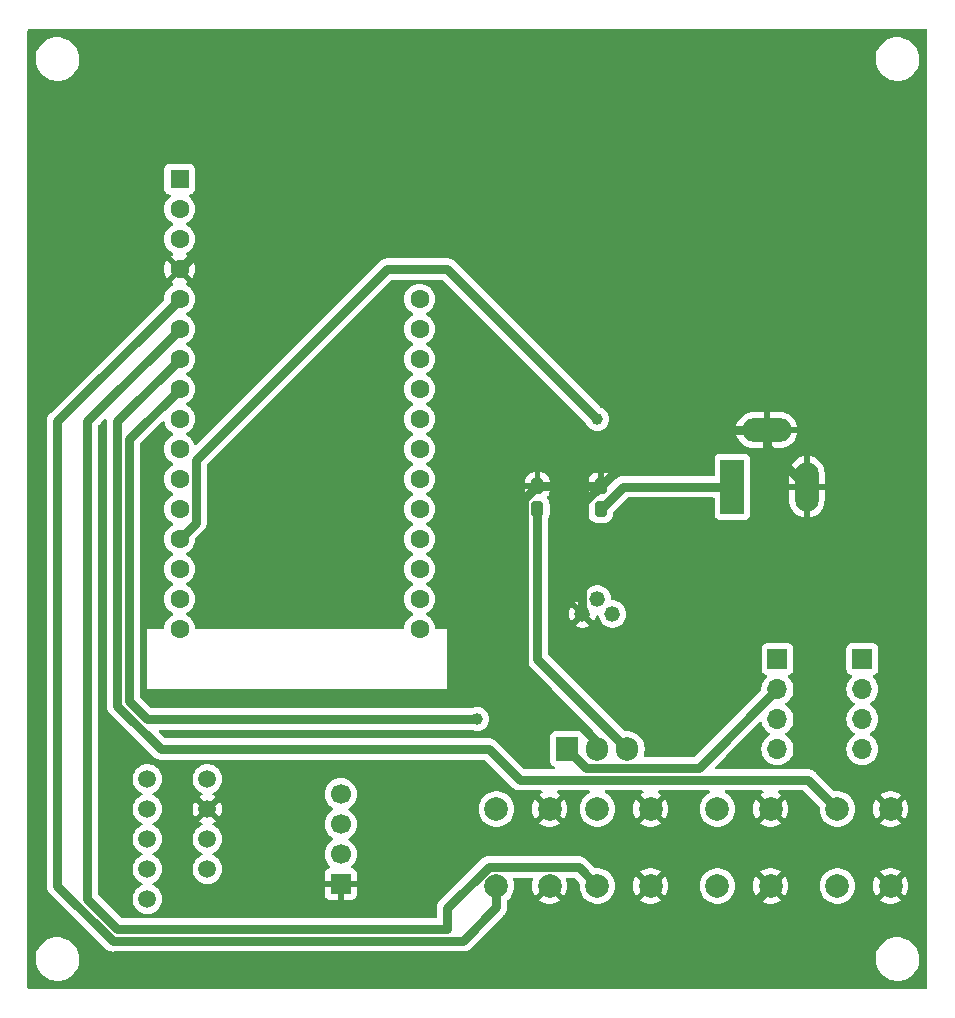
<source format=gbr>
%TF.GenerationSoftware,KiCad,Pcbnew,7.0.6*%
%TF.CreationDate,2024-05-09T00:55:35-07:00*%
%TF.ProjectId,PCB final,50434220-6669-46e6-916c-2e6b69636164,rev?*%
%TF.SameCoordinates,Original*%
%TF.FileFunction,Copper,L1,Top*%
%TF.FilePolarity,Positive*%
%FSLAX46Y46*%
G04 Gerber Fmt 4.6, Leading zero omitted, Abs format (unit mm)*
G04 Created by KiCad (PCBNEW 7.0.6) date 2024-05-09 00:55:35*
%MOMM*%
%LPD*%
G01*
G04 APERTURE LIST*
G04 Aperture macros list*
%AMRoundRect*
0 Rectangle with rounded corners*
0 $1 Rounding radius*
0 $2 $3 $4 $5 $6 $7 $8 $9 X,Y pos of 4 corners*
0 Add a 4 corners polygon primitive as box body*
4,1,4,$2,$3,$4,$5,$6,$7,$8,$9,$2,$3,0*
0 Add four circle primitives for the rounded corners*
1,1,$1+$1,$2,$3*
1,1,$1+$1,$4,$5*
1,1,$1+$1,$6,$7*
1,1,$1+$1,$8,$9*
0 Add four rect primitives between the rounded corners*
20,1,$1+$1,$2,$3,$4,$5,0*
20,1,$1+$1,$4,$5,$6,$7,0*
20,1,$1+$1,$6,$7,$8,$9,0*
20,1,$1+$1,$8,$9,$2,$3,0*%
G04 Aperture macros list end*
%TA.AperFunction,ComponentPad*%
%ADD10R,1.700000X1.700000*%
%TD*%
%TA.AperFunction,ComponentPad*%
%ADD11O,1.700000X1.700000*%
%TD*%
%TA.AperFunction,ComponentPad*%
%ADD12C,2.000000*%
%TD*%
%TA.AperFunction,ComponentPad*%
%ADD13C,1.320800*%
%TD*%
%TA.AperFunction,SMDPad,CuDef*%
%ADD14RoundRect,0.250000X0.275000X-0.400000X0.275000X0.400000X-0.275000X0.400000X-0.275000X-0.400000X0*%
%TD*%
%TA.AperFunction,ComponentPad*%
%ADD15R,2.000000X4.600000*%
%TD*%
%TA.AperFunction,ComponentPad*%
%ADD16O,2.000000X4.200000*%
%TD*%
%TA.AperFunction,ComponentPad*%
%ADD17O,4.200000X2.000000*%
%TD*%
%TA.AperFunction,ComponentPad*%
%ADD18R,1.600000X1.600000*%
%TD*%
%TA.AperFunction,ComponentPad*%
%ADD19C,1.600000*%
%TD*%
%TA.AperFunction,ComponentPad*%
%ADD20R,1.905000X2.000000*%
%TD*%
%TA.AperFunction,ComponentPad*%
%ADD21O,1.905000X2.000000*%
%TD*%
%TA.AperFunction,ComponentPad*%
%ADD22C,1.700000*%
%TD*%
%TA.AperFunction,ComponentPad*%
%ADD23C,1.508000*%
%TD*%
%TA.AperFunction,ViaPad*%
%ADD24C,1.000000*%
%TD*%
%TA.AperFunction,Conductor*%
%ADD25C,0.800000*%
%TD*%
G04 APERTURE END LIST*
D10*
%TO.P,FAN2,1,Pin_1*%
%TO.N,FAN1 (GND)*%
X98630000Y-116840000D03*
D11*
%TO.P,FAN2,2,Pin_2*%
%TO.N,Net-(FAN1-Pin_2)*%
X98630000Y-119380000D03*
%TO.P,FAN2,3,Pin_3*%
%TO.N,unconnected-(FAN2-Pin_3-Pad3)*%
X98630000Y-121920000D03*
%TO.P,FAN2,4,Pin_4*%
%TO.N,FAN (PWM)*%
X98630000Y-124460000D03*
%TD*%
D12*
%TO.P,SW1,1,1*%
%TO.N,Net-(ESP32FeatherBoard1-DAC2{slash}A0)*%
X67650000Y-136040000D03*
X67650000Y-129540000D03*
%TO.P,SW1,2,2*%
%TO.N,GND*%
X72150000Y-136040000D03*
X72150000Y-129540000D03*
%TD*%
%TO.P,SW2,1,1*%
%TO.N,Net-(ESP32FeatherBoard1-DAC1{slash}A1)*%
X76200000Y-136040000D03*
X76200000Y-129540000D03*
%TO.P,SW2,2,2*%
%TO.N,GND*%
X80700000Y-136040000D03*
X80700000Y-129540000D03*
%TD*%
D13*
%TO.P,TN0702N3-G1,1,SOURCE*%
%TO.N,GND*%
X74930000Y-113030000D03*
%TO.P,TN0702N3-G1,2,GATE*%
%TO.N,Net-(ESP32FeatherBoard1-MISO{slash}IO19)*%
X76200000Y-111760000D03*
%TO.P,TN0702N3-G1,3,DRAIN*%
%TO.N,FAN1 (GND)*%
X77470000Y-113030000D03*
%TD*%
D14*
%TO.P,C1,1*%
%TO.N,USB*%
X71120000Y-104140000D03*
%TO.P,C1,2*%
%TO.N,GND*%
X71120000Y-102190000D03*
%TD*%
D12*
%TO.P,SW3,1,1*%
%TO.N,Net-(ESP32FeatherBoard1-I34{slash}A2)*%
X96520000Y-136040000D03*
X96520000Y-129540000D03*
%TO.P,SW3,2,2*%
%TO.N,GND*%
X101020000Y-136040000D03*
X101020000Y-129540000D03*
%TD*%
D14*
%TO.P,C2,1*%
%TO.N,Net-(FAN1-Pin_2)*%
X76470000Y-104140000D03*
%TO.P,C2,2*%
%TO.N,GND*%
X76470000Y-102190000D03*
%TD*%
D15*
%TO.P,BarrelJack1,1*%
%TO.N,Net-(FAN1-Pin_2)*%
X87630000Y-102250000D03*
D16*
%TO.P,BarrelJack1,2*%
%TO.N,GND*%
X93930000Y-102250000D03*
D17*
%TO.P,BarrelJack1,3*%
X90530000Y-97450000D03*
%TD*%
D18*
%TO.P,ESP32FeatherBoard1,1,~{RESET}*%
%TO.N,unconnected-(ESP32FeatherBoard1-~{RESET}-Pad1)*%
X40826000Y-76200000D03*
D19*
%TO.P,ESP32FeatherBoard1,2,3V3*%
%TO.N,Net-(ESP32FeatherBoard1-3V3)*%
X40826000Y-78740000D03*
%TO.P,ESP32FeatherBoard1,3,NC*%
%TO.N,unconnected-(ESP32FeatherBoard1-NC-Pad3)*%
X40826000Y-81280000D03*
%TO.P,ESP32FeatherBoard1,4,GND*%
%TO.N,GND*%
X40826000Y-83820000D03*
%TO.P,ESP32FeatherBoard1,5,DAC2/A0*%
%TO.N,Net-(ESP32FeatherBoard1-DAC2{slash}A0)*%
X40826000Y-86360000D03*
%TO.P,ESP32FeatherBoard1,6,DAC1/A1*%
%TO.N,Net-(ESP32FeatherBoard1-DAC1{slash}A1)*%
X40826000Y-88900000D03*
%TO.P,ESP32FeatherBoard1,7,I34/A2*%
%TO.N,Net-(ESP32FeatherBoard1-I34{slash}A2)*%
X40826000Y-91440000D03*
%TO.P,ESP32FeatherBoard1,8,I39/A3*%
%TO.N,Net-(ESP32FeatherBoard1-I39{slash}A3)*%
X40826000Y-93980000D03*
%TO.P,ESP32FeatherBoard1,9,IO36/A4*%
%TO.N,unconnected-(ESP32FeatherBoard1-IO36{slash}A4-Pad9)*%
X40826000Y-96520000D03*
%TO.P,ESP32FeatherBoard1,10,IO4/A5*%
%TO.N,unconnected-(ESP32FeatherBoard1-IO4{slash}A5-Pad10)*%
X40826000Y-99060000D03*
%TO.P,ESP32FeatherBoard1,11,SCK/IO5*%
%TO.N,unconnected-(ESP32FeatherBoard1-SCK{slash}IO5-Pad11)*%
X40826000Y-101600000D03*
%TO.P,ESP32FeatherBoard1,12,MOSI/IO18*%
%TO.N,FAN (PWM)*%
X40826000Y-104140000D03*
%TO.P,ESP32FeatherBoard1,13,MISO/IO19*%
%TO.N,Net-(ESP32FeatherBoard1-MISO{slash}IO19)*%
X40826000Y-106680000D03*
%TO.P,ESP32FeatherBoard1,14,RX/IO16*%
%TO.N,Net-(ESP32FeatherBoard1-RX{slash}IO16)*%
X40826000Y-109220000D03*
%TO.P,ESP32FeatherBoard1,15,TX/IO17*%
%TO.N,Net-(ESP32FeatherBoard1-TX{slash}IO17)*%
X40826000Y-111760000D03*
%TO.P,ESP32FeatherBoard1,16,IO21*%
%TO.N,unconnected-(ESP32FeatherBoard1-IO21-Pad16)*%
X40826000Y-114300000D03*
%TO.P,ESP32FeatherBoard1,17,SDA/IO23*%
%TO.N,Net-(ESP32FeatherBoard1-SDA{slash}IO23)*%
X61146000Y-114300000D03*
%TO.P,ESP32FeatherBoard1,18,SCL/IO22*%
%TO.N,Net-(ESP32FeatherBoard1-SCL{slash}IO22)*%
X61146000Y-111760000D03*
%TO.P,ESP32FeatherBoard1,19,A6/IO14*%
%TO.N,unconnected-(ESP32FeatherBoard1-A6{slash}IO14-Pad19)*%
X61146000Y-109220000D03*
%TO.P,ESP32FeatherBoard1,20,A7/IO32*%
%TO.N,unconnected-(ESP32FeatherBoard1-A7{slash}IO32-Pad20)*%
X61146000Y-106680000D03*
%TO.P,ESP32FeatherBoard1,21,A8/IO15*%
%TO.N,unconnected-(ESP32FeatherBoard1-A8{slash}IO15-Pad21)*%
X61146000Y-104140000D03*
%TO.P,ESP32FeatherBoard1,22,A9/IO33*%
%TO.N,unconnected-(ESP32FeatherBoard1-A9{slash}IO33-Pad22)*%
X61146000Y-101600000D03*
%TO.P,ESP32FeatherBoard1,23,A10/IO27*%
%TO.N,unconnected-(ESP32FeatherBoard1-A10{slash}IO27-Pad23)*%
X61146000Y-99060000D03*
%TO.P,ESP32FeatherBoard1,24,A11/IO12*%
%TO.N,unconnected-(ESP32FeatherBoard1-A11{slash}IO12-Pad24)*%
X61146000Y-96520000D03*
%TO.P,ESP32FeatherBoard1,25,A12/IO13*%
%TO.N,unconnected-(ESP32FeatherBoard1-A12{slash}IO13-Pad25)*%
X61146000Y-93980000D03*
%TO.P,ESP32FeatherBoard1,26,USB*%
%TO.N,USB*%
X61146000Y-91440000D03*
%TO.P,ESP32FeatherBoard1,27,EN*%
%TO.N,unconnected-(ESP32FeatherBoard1-EN-Pad27)*%
X61146000Y-88900000D03*
%TO.P,ESP32FeatherBoard1,28,VBAT*%
%TO.N,unconnected-(ESP32FeatherBoard1-VBAT-Pad28)*%
X61146000Y-86360000D03*
%TD*%
D20*
%TO.P,LM7805,1,IN*%
%TO.N,Net-(FAN1-Pin_2)*%
X73660000Y-124460000D03*
D21*
%TO.P,LM7805,2,GND*%
%TO.N,GND*%
X76200000Y-124460000D03*
%TO.P,LM7805,3,OUT*%
%TO.N,USB*%
X78740000Y-124460000D03*
%TD*%
D10*
%TO.P,OLED-SSD1306,1,GND*%
%TO.N,GND*%
X54464000Y-135890000D03*
D22*
%TO.P,OLED-SSD1306,2,VCC*%
%TO.N,Net-(ESP32FeatherBoard1-3V3)*%
X54464000Y-133350000D03*
%TO.P,OLED-SSD1306,3,SCL*%
%TO.N,Net-(ESP32FeatherBoard1-SCL{slash}IO22)*%
X54464000Y-130810000D03*
%TO.P,OLED-SSD1306,4,SDA*%
%TO.N,Net-(ESP32FeatherBoard1-SDA{slash}IO23)*%
X54464000Y-128270000D03*
%TD*%
D23*
%TO.P,MH-Z19B1,GND,GND*%
%TO.N,GND*%
X43180000Y-129540000D03*
%TO.P,MH-Z19B1,RX,RX*%
%TO.N,Net-(ESP32FeatherBoard1-TX{slash}IO17)*%
X38100000Y-129540000D03*
%TO.P,MH-Z19B1,TX,TX*%
%TO.N,Net-(ESP32FeatherBoard1-RX{slash}IO16)*%
X38100000Y-132080000D03*
%TO.P,MH-Z19B1,VIN,VIN*%
%TO.N,USB*%
X43180000Y-127000000D03*
%TO.P,MH-Z19B1,X@1*%
%TO.N,N/C*%
X43180000Y-132080000D03*
%TO.P,MH-Z19B1,X@2*%
X43180000Y-134620000D03*
%TO.P,MH-Z19B1,X@3*%
X38100000Y-127000000D03*
%TO.P,MH-Z19B1,X@4*%
X38100000Y-134620000D03*
%TO.P,MH-Z19B1,XQ5*%
X38100000Y-137160000D03*
%TD*%
D10*
%TO.P,FAN1,1,Pin_1*%
%TO.N,FAN1 (GND)*%
X91440000Y-116840000D03*
D11*
%TO.P,FAN1,2,Pin_2*%
%TO.N,Net-(FAN1-Pin_2)*%
X91440000Y-119380000D03*
%TO.P,FAN1,3,Pin_3*%
%TO.N,unconnected-(FAN1-Pin_3-Pad3)*%
X91440000Y-121920000D03*
%TO.P,FAN1,4,Pin_4*%
%TO.N,FAN (PWM)*%
X91440000Y-124460000D03*
%TD*%
D12*
%TO.P,SW4,1,1*%
%TO.N,Net-(ESP32FeatherBoard1-I39{slash}A3)*%
X86360000Y-136040000D03*
X86360000Y-129540000D03*
%TO.P,SW4,2,2*%
%TO.N,GND*%
X90860000Y-136040000D03*
X90860000Y-129540000D03*
%TD*%
D24*
%TO.N,GND*%
X68580000Y-142240000D03*
%TO.N,Net-(ESP32FeatherBoard1-I39{slash}A3)*%
X66040000Y-121920000D03*
%TO.N,Net-(ESP32FeatherBoard1-MISO{slash}IO19)*%
X76200000Y-96520000D03*
%TD*%
D25*
%TO.N,GND*%
X90530000Y-97450000D02*
X90530000Y-98850000D01*
X84660000Y-142240000D02*
X90860000Y-136040000D01*
X76470000Y-102190000D02*
X81280000Y-97380000D01*
X69995000Y-117642500D02*
X69995000Y-103315000D01*
X76200000Y-124460000D02*
X76200000Y-123847500D01*
X74930000Y-103730000D02*
X74930000Y-113030000D01*
X71120000Y-102190000D02*
X76470000Y-102190000D01*
X48446000Y-76200000D02*
X63500000Y-76200000D01*
X81280000Y-93980000D02*
X84750000Y-97450000D01*
X81280000Y-97380000D02*
X81280000Y-93980000D01*
X40826000Y-83820000D02*
X48446000Y-76200000D01*
X76200000Y-123847500D02*
X69995000Y-117642500D01*
X90530000Y-98850000D02*
X93930000Y-102250000D01*
X63500000Y-76200000D02*
X81280000Y-93980000D01*
X84750000Y-97450000D02*
X90530000Y-97450000D01*
X68580000Y-142240000D02*
X84660000Y-142240000D01*
X76470000Y-102190000D02*
X74930000Y-103730000D01*
X69995000Y-103315000D02*
X71120000Y-102190000D01*
%TO.N,USB*%
X71120000Y-116840000D02*
X78740000Y-124460000D01*
X71120000Y-104140000D02*
X71120000Y-116840000D01*
%TO.N,Net-(ESP32FeatherBoard1-DAC2{slash}A0)*%
X30480000Y-136034214D02*
X35145786Y-140700000D01*
X64820000Y-140700000D02*
X67650000Y-137870000D01*
X40826000Y-86360000D02*
X30480000Y-96706000D01*
X67650000Y-137870000D02*
X67650000Y-136040000D01*
X35145786Y-140700000D02*
X64820000Y-140700000D01*
X30480000Y-96706000D02*
X30480000Y-136034214D01*
%TO.N,Net-(ESP32FeatherBoard1-DAC1{slash}A1)*%
X63500000Y-137927258D02*
X66987258Y-134440000D01*
X40826000Y-88900000D02*
X33020000Y-96706000D01*
X33020000Y-96706000D02*
X33020000Y-137160000D01*
X63500000Y-139700000D02*
X63500000Y-137927258D01*
X35560000Y-139700000D02*
X63500000Y-139700000D01*
X74600000Y-134440000D02*
X76200000Y-136040000D01*
X33020000Y-137160000D02*
X35560000Y-139700000D01*
X66987258Y-134440000D02*
X74600000Y-134440000D01*
%TO.N,Net-(ESP32FeatherBoard1-I34{slash}A2)*%
X67024365Y-124460000D02*
X69624365Y-127060000D01*
X69624365Y-127060000D02*
X94040000Y-127060000D01*
X94040000Y-127060000D02*
X96520000Y-129540000D01*
X39225786Y-124460000D02*
X67024365Y-124460000D01*
X40826000Y-91440000D02*
X35560000Y-96706000D01*
X35560000Y-120794214D02*
X39225786Y-124460000D01*
X35560000Y-96706000D02*
X35560000Y-120794214D01*
%TO.N,Net-(ESP32FeatherBoard1-I39{slash}A3)*%
X38100000Y-121920000D02*
X66040000Y-121920000D01*
X40826000Y-93980000D02*
X36560000Y-98246000D01*
X36560000Y-98246000D02*
X36560000Y-120380000D01*
X36560000Y-120380000D02*
X38100000Y-121920000D01*
%TO.N,Net-(ESP32FeatherBoard1-MISO{slash}IO19)*%
X58420000Y-83820000D02*
X63500000Y-83820000D01*
X42226000Y-105280000D02*
X42226000Y-100014000D01*
X40826000Y-106680000D02*
X42226000Y-105280000D01*
X42226000Y-100014000D02*
X58420000Y-83820000D01*
X63500000Y-83820000D02*
X76200000Y-96520000D01*
%TO.N,Net-(FAN1-Pin_2)*%
X78360000Y-102250000D02*
X87630000Y-102250000D01*
X75260000Y-126060000D02*
X84760000Y-126060000D01*
X76470000Y-104140000D02*
X78360000Y-102250000D01*
X73660000Y-124460000D02*
X75260000Y-126060000D01*
X84760000Y-126060000D02*
X91440000Y-119380000D01*
%TD*%
%TA.AperFunction,Conductor*%
%TO.N,GND*%
G36*
X29579500Y-135953587D02*
G01*
X29577972Y-135972986D01*
X29575781Y-135986826D01*
X29578567Y-136039999D01*
X29579415Y-136056170D01*
X29579500Y-136059415D01*
X29579500Y-136081403D01*
X29581797Y-136103273D01*
X29582051Y-136106504D01*
X29585686Y-136175857D01*
X29585688Y-136175867D01*
X29589315Y-136189403D01*
X29592860Y-136208528D01*
X29594150Y-136220798D01*
X29594326Y-136222470D01*
X29615556Y-136287812D01*
X29615784Y-136288512D01*
X29616705Y-136291623D01*
X29634679Y-136358700D01*
X29634684Y-136358712D01*
X29641043Y-136371192D01*
X29648488Y-136389163D01*
X29652820Y-136402496D01*
X29687537Y-136462628D01*
X29689085Y-136465480D01*
X29699411Y-136485744D01*
X29720617Y-136527363D01*
X29720619Y-136527365D01*
X29720620Y-136527367D01*
X29729438Y-136538257D01*
X29740454Y-136554284D01*
X29747465Y-136566427D01*
X29747470Y-136566434D01*
X29793939Y-136618045D01*
X29796043Y-136620509D01*
X29809882Y-136637596D01*
X29825423Y-136653136D01*
X29827657Y-136655491D01*
X29874128Y-136707101D01*
X29885468Y-136715340D01*
X29900265Y-136727978D01*
X34452022Y-141279736D01*
X34464657Y-141294529D01*
X34472896Y-141305869D01*
X34472898Y-141305871D01*
X34524516Y-141352348D01*
X34526854Y-141354568D01*
X34542406Y-141370120D01*
X34559502Y-141383964D01*
X34561954Y-141386058D01*
X34584673Y-141406514D01*
X34613570Y-141432533D01*
X34621419Y-141437065D01*
X34625706Y-141439540D01*
X34641738Y-141450557D01*
X34652637Y-141459383D01*
X34714500Y-141490903D01*
X34717355Y-141492453D01*
X34777493Y-141527174D01*
X34777498Y-141527177D01*
X34777499Y-141527177D01*
X34777502Y-141527179D01*
X34790836Y-141531511D01*
X34808808Y-141538956D01*
X34821298Y-141545320D01*
X34821300Y-141545320D01*
X34821301Y-141545321D01*
X34839714Y-141550254D01*
X34888387Y-141563296D01*
X34891468Y-141564209D01*
X34957530Y-141585674D01*
X34971474Y-141587139D01*
X34990600Y-141590685D01*
X35000227Y-141593264D01*
X35004141Y-141594313D01*
X35073506Y-141597947D01*
X35076721Y-141598200D01*
X35098594Y-141600500D01*
X35120584Y-141600500D01*
X35123827Y-141600584D01*
X35193174Y-141604219D01*
X35207013Y-141602027D01*
X35226413Y-141600500D01*
X64739373Y-141600500D01*
X64758772Y-141602027D01*
X64772612Y-141604219D01*
X64841959Y-141600584D01*
X64845203Y-141600500D01*
X64867191Y-141600500D01*
X64867192Y-141600500D01*
X64883988Y-141598734D01*
X64889064Y-141598201D01*
X64892284Y-141597947D01*
X64961646Y-141594313D01*
X64975187Y-141590683D01*
X64994313Y-141587138D01*
X65008256Y-141585674D01*
X65074306Y-141564212D01*
X65077368Y-141563304D01*
X65144488Y-141545320D01*
X65156976Y-141538956D01*
X65174950Y-141531510D01*
X65188284Y-141527179D01*
X65248476Y-141492425D01*
X65251222Y-141490934D01*
X65313149Y-141459383D01*
X65324031Y-141450569D01*
X65340083Y-141439537D01*
X65352216Y-141432533D01*
X65403847Y-141386043D01*
X65406260Y-141383982D01*
X65423380Y-141370119D01*
X65438929Y-141354568D01*
X65441270Y-141352347D01*
X65492888Y-141305871D01*
X65501130Y-141294525D01*
X65513762Y-141279736D01*
X68229737Y-138563760D01*
X68244525Y-138551130D01*
X68255871Y-138542888D01*
X68302347Y-138491270D01*
X68304570Y-138488928D01*
X68320119Y-138473380D01*
X68333982Y-138456260D01*
X68336049Y-138453841D01*
X68382533Y-138402216D01*
X68389538Y-138390080D01*
X68400570Y-138374031D01*
X68409381Y-138363151D01*
X68409383Y-138363149D01*
X68409382Y-138363148D01*
X68440934Y-138301222D01*
X68442425Y-138298476D01*
X68477179Y-138238284D01*
X68481509Y-138224956D01*
X68488960Y-138206969D01*
X68495319Y-138194490D01*
X68495320Y-138194488D01*
X68513297Y-138127390D01*
X68514201Y-138124337D01*
X68535674Y-138058256D01*
X68537139Y-138044307D01*
X68540684Y-138025183D01*
X68544312Y-138011646D01*
X68547947Y-137942284D01*
X68548200Y-137939071D01*
X68550500Y-137917192D01*
X68550500Y-137895196D01*
X68550585Y-137891950D01*
X68551208Y-137880066D01*
X68554219Y-137822612D01*
X68552027Y-137808772D01*
X68550500Y-137789373D01*
X68550500Y-137301169D01*
X68570185Y-137234130D01*
X68598338Y-137203315D01*
X68669744Y-137147738D01*
X68838164Y-136964785D01*
X68974173Y-136756607D01*
X69074063Y-136528881D01*
X69135108Y-136287821D01*
X69140238Y-136225915D01*
X69155643Y-136040005D01*
X69155643Y-136039994D01*
X69135109Y-135792187D01*
X69135107Y-135792175D01*
X69101943Y-135661214D01*
X69074063Y-135551119D01*
X69057916Y-135514309D01*
X69049014Y-135445011D01*
X69078991Y-135381898D01*
X69138330Y-135345011D01*
X69171473Y-135340500D01*
X70629074Y-135340500D01*
X70696113Y-135360185D01*
X70741868Y-135412989D01*
X70751812Y-135482147D01*
X70742630Y-135514311D01*
X70726411Y-135551285D01*
X70665387Y-135792261D01*
X70665385Y-135792270D01*
X70644859Y-136039994D01*
X70644859Y-136040005D01*
X70665385Y-136287729D01*
X70665387Y-136287738D01*
X70726412Y-136528717D01*
X70826266Y-136756364D01*
X70926564Y-136909882D01*
X71624070Y-136212375D01*
X71626884Y-136225915D01*
X71696442Y-136360156D01*
X71799638Y-136470652D01*
X71928819Y-136549209D01*
X71980002Y-136563549D01*
X71279942Y-137263609D01*
X71326768Y-137300055D01*
X71326770Y-137300056D01*
X71545385Y-137418364D01*
X71545396Y-137418369D01*
X71780506Y-137499083D01*
X72025707Y-137540000D01*
X72274293Y-137540000D01*
X72519493Y-137499083D01*
X72754603Y-137418369D01*
X72754614Y-137418364D01*
X72973228Y-137300057D01*
X72973231Y-137300055D01*
X73020056Y-137263609D01*
X72321568Y-136565121D01*
X72438458Y-136514349D01*
X72555739Y-136418934D01*
X72642928Y-136295415D01*
X72673354Y-136209802D01*
X73373434Y-136909882D01*
X73473731Y-136756369D01*
X73573587Y-136528717D01*
X73634612Y-136287738D01*
X73634614Y-136287729D01*
X73655141Y-136040005D01*
X73655141Y-136039994D01*
X73634614Y-135792270D01*
X73634612Y-135792261D01*
X73573588Y-135551285D01*
X73557370Y-135514311D01*
X73548467Y-135445011D01*
X73578444Y-135381898D01*
X73637783Y-135345011D01*
X73670926Y-135340500D01*
X74175639Y-135340500D01*
X74242678Y-135360185D01*
X74263320Y-135376819D01*
X74671478Y-135784978D01*
X74704963Y-135846301D01*
X74707374Y-135882898D01*
X74694358Y-136039998D01*
X74694357Y-136040005D01*
X74714890Y-136287812D01*
X74714892Y-136287824D01*
X74775936Y-136528881D01*
X74875826Y-136756606D01*
X75011833Y-136964782D01*
X75011836Y-136964785D01*
X75180256Y-137147738D01*
X75376491Y-137300474D01*
X75377775Y-137301169D01*
X75594332Y-137418364D01*
X75595190Y-137418828D01*
X75673288Y-137445639D01*
X75828964Y-137499083D01*
X75830386Y-137499571D01*
X76075665Y-137540500D01*
X76324335Y-137540500D01*
X76569614Y-137499571D01*
X76804810Y-137418828D01*
X77023509Y-137300474D01*
X77219744Y-137147738D01*
X77388164Y-136964785D01*
X77524173Y-136756607D01*
X77624063Y-136528881D01*
X77685108Y-136287821D01*
X77690238Y-136225915D01*
X77705643Y-136040005D01*
X79194859Y-136040005D01*
X79215385Y-136287729D01*
X79215387Y-136287738D01*
X79276412Y-136528717D01*
X79376266Y-136756364D01*
X79476564Y-136909882D01*
X80174070Y-136212376D01*
X80176884Y-136225915D01*
X80246442Y-136360156D01*
X80349638Y-136470652D01*
X80478819Y-136549209D01*
X80530002Y-136563549D01*
X79829942Y-137263609D01*
X79876768Y-137300055D01*
X79876770Y-137300056D01*
X80095385Y-137418364D01*
X80095396Y-137418369D01*
X80330506Y-137499083D01*
X80575707Y-137540000D01*
X80824293Y-137540000D01*
X81069493Y-137499083D01*
X81304603Y-137418369D01*
X81304614Y-137418364D01*
X81523228Y-137300057D01*
X81523231Y-137300055D01*
X81570056Y-137263609D01*
X80871568Y-136565121D01*
X80988458Y-136514349D01*
X81105739Y-136418934D01*
X81192928Y-136295415D01*
X81223354Y-136209802D01*
X81923434Y-136909882D01*
X82023731Y-136756369D01*
X82123587Y-136528717D01*
X82184612Y-136287738D01*
X82184614Y-136287729D01*
X82205141Y-136040005D01*
X84854357Y-136040005D01*
X84874890Y-136287812D01*
X84874892Y-136287824D01*
X84935936Y-136528881D01*
X85035826Y-136756606D01*
X85171833Y-136964782D01*
X85171836Y-136964785D01*
X85340256Y-137147738D01*
X85536491Y-137300474D01*
X85537775Y-137301169D01*
X85754332Y-137418364D01*
X85755190Y-137418828D01*
X85833288Y-137445639D01*
X85988964Y-137499083D01*
X85990386Y-137499571D01*
X86235665Y-137540500D01*
X86484335Y-137540500D01*
X86729614Y-137499571D01*
X86964810Y-137418828D01*
X87183509Y-137300474D01*
X87379744Y-137147738D01*
X87548164Y-136964785D01*
X87684173Y-136756607D01*
X87784063Y-136528881D01*
X87845108Y-136287821D01*
X87850238Y-136225915D01*
X87865643Y-136040005D01*
X89354858Y-136040005D01*
X89375385Y-136287729D01*
X89375387Y-136287738D01*
X89436412Y-136528717D01*
X89536266Y-136756364D01*
X89636564Y-136909882D01*
X90334070Y-136212376D01*
X90336884Y-136225915D01*
X90406442Y-136360156D01*
X90509638Y-136470652D01*
X90638819Y-136549209D01*
X90690002Y-136563549D01*
X89989942Y-137263609D01*
X90036768Y-137300055D01*
X90036770Y-137300056D01*
X90255385Y-137418364D01*
X90255396Y-137418369D01*
X90490506Y-137499083D01*
X90735707Y-137540000D01*
X90984293Y-137540000D01*
X91229493Y-137499083D01*
X91464603Y-137418369D01*
X91464614Y-137418364D01*
X91683228Y-137300057D01*
X91683231Y-137300055D01*
X91730056Y-137263609D01*
X91031568Y-136565121D01*
X91148458Y-136514349D01*
X91265739Y-136418934D01*
X91352928Y-136295415D01*
X91383354Y-136209802D01*
X92083434Y-136909882D01*
X92183731Y-136756369D01*
X92283587Y-136528717D01*
X92344612Y-136287738D01*
X92344614Y-136287729D01*
X92365141Y-136040005D01*
X95014357Y-136040005D01*
X95034890Y-136287812D01*
X95034892Y-136287824D01*
X95095936Y-136528881D01*
X95195826Y-136756606D01*
X95331833Y-136964782D01*
X95331836Y-136964785D01*
X95500256Y-137147738D01*
X95696491Y-137300474D01*
X95697775Y-137301169D01*
X95914332Y-137418364D01*
X95915190Y-137418828D01*
X95993288Y-137445639D01*
X96148964Y-137499083D01*
X96150386Y-137499571D01*
X96395665Y-137540500D01*
X96644335Y-137540500D01*
X96889614Y-137499571D01*
X97124810Y-137418828D01*
X97343509Y-137300474D01*
X97539744Y-137147738D01*
X97708164Y-136964785D01*
X97844173Y-136756607D01*
X97944063Y-136528881D01*
X98005108Y-136287821D01*
X98010238Y-136225915D01*
X98025643Y-136040005D01*
X99514858Y-136040005D01*
X99535385Y-136287729D01*
X99535387Y-136287738D01*
X99596412Y-136528717D01*
X99696266Y-136756364D01*
X99796564Y-136909882D01*
X100494070Y-136212376D01*
X100496884Y-136225915D01*
X100566442Y-136360156D01*
X100669638Y-136470652D01*
X100798819Y-136549209D01*
X100850002Y-136563549D01*
X100149942Y-137263609D01*
X100196768Y-137300055D01*
X100196770Y-137300056D01*
X100415385Y-137418364D01*
X100415396Y-137418369D01*
X100650506Y-137499083D01*
X100895707Y-137540000D01*
X101144293Y-137540000D01*
X101389493Y-137499083D01*
X101624603Y-137418369D01*
X101624614Y-137418364D01*
X101843228Y-137300057D01*
X101843231Y-137300055D01*
X101890056Y-137263609D01*
X101191568Y-136565121D01*
X101308458Y-136514349D01*
X101425739Y-136418934D01*
X101512928Y-136295415D01*
X101543354Y-136209802D01*
X102243434Y-136909882D01*
X102343731Y-136756369D01*
X102443587Y-136528717D01*
X102504612Y-136287738D01*
X102504614Y-136287729D01*
X102525141Y-136040005D01*
X102525141Y-136039994D01*
X102504614Y-135792270D01*
X102504612Y-135792261D01*
X102443587Y-135551282D01*
X102343731Y-135323630D01*
X102243434Y-135170116D01*
X101545929Y-135867622D01*
X101543116Y-135854085D01*
X101473558Y-135719844D01*
X101370362Y-135609348D01*
X101241181Y-135530791D01*
X101189997Y-135516450D01*
X101890057Y-134816390D01*
X101890056Y-134816389D01*
X101843229Y-134779943D01*
X101624614Y-134661635D01*
X101624603Y-134661630D01*
X101389493Y-134580916D01*
X101144293Y-134540000D01*
X100895707Y-134540000D01*
X100650506Y-134580916D01*
X100415396Y-134661630D01*
X100415390Y-134661632D01*
X100196761Y-134779949D01*
X100149942Y-134816388D01*
X100149942Y-134816390D01*
X100848431Y-135514878D01*
X100731542Y-135565651D01*
X100614261Y-135661066D01*
X100527072Y-135784585D01*
X100496645Y-135870197D01*
X99796564Y-135170116D01*
X99696267Y-135323632D01*
X99596412Y-135551282D01*
X99535387Y-135792261D01*
X99535385Y-135792270D01*
X99514858Y-136039994D01*
X99514858Y-136040005D01*
X98025643Y-136040005D01*
X98025643Y-136039994D01*
X98005109Y-135792187D01*
X98005107Y-135792175D01*
X97944063Y-135551118D01*
X97844173Y-135323393D01*
X97708166Y-135115217D01*
X97648781Y-135050708D01*
X97539744Y-134932262D01*
X97343509Y-134779526D01*
X97343507Y-134779525D01*
X97343506Y-134779524D01*
X97124811Y-134661172D01*
X97124802Y-134661169D01*
X96889616Y-134580429D01*
X96644335Y-134539500D01*
X96395665Y-134539500D01*
X96150383Y-134580429D01*
X95915197Y-134661169D01*
X95915188Y-134661172D01*
X95696493Y-134779524D01*
X95620496Y-134838675D01*
X95500256Y-134932262D01*
X95499920Y-134932627D01*
X95331833Y-135115217D01*
X95195826Y-135323393D01*
X95095936Y-135551118D01*
X95034892Y-135792175D01*
X95034890Y-135792187D01*
X95014357Y-136039994D01*
X95014357Y-136040005D01*
X92365141Y-136040005D01*
X92365141Y-136039994D01*
X92344614Y-135792270D01*
X92344612Y-135792261D01*
X92283587Y-135551282D01*
X92183731Y-135323630D01*
X92083434Y-135170116D01*
X91385929Y-135867622D01*
X91383116Y-135854085D01*
X91313558Y-135719844D01*
X91210362Y-135609348D01*
X91081181Y-135530791D01*
X91029997Y-135516450D01*
X91730057Y-134816390D01*
X91730056Y-134816389D01*
X91683229Y-134779943D01*
X91464614Y-134661635D01*
X91464603Y-134661630D01*
X91229493Y-134580916D01*
X90984293Y-134540000D01*
X90735707Y-134540000D01*
X90490506Y-134580916D01*
X90255396Y-134661630D01*
X90255390Y-134661632D01*
X90036761Y-134779949D01*
X89989942Y-134816388D01*
X89989942Y-134816390D01*
X90688431Y-135514878D01*
X90571542Y-135565651D01*
X90454261Y-135661066D01*
X90367072Y-135784585D01*
X90336645Y-135870197D01*
X89636564Y-135170116D01*
X89536267Y-135323632D01*
X89436412Y-135551282D01*
X89375387Y-135792261D01*
X89375385Y-135792270D01*
X89354858Y-136039994D01*
X89354858Y-136040005D01*
X87865643Y-136040005D01*
X87865643Y-136039994D01*
X87845109Y-135792187D01*
X87845107Y-135792175D01*
X87784063Y-135551118D01*
X87684173Y-135323393D01*
X87548166Y-135115217D01*
X87488781Y-135050708D01*
X87379744Y-134932262D01*
X87183509Y-134779526D01*
X87183507Y-134779525D01*
X87183506Y-134779524D01*
X86964811Y-134661172D01*
X86964802Y-134661169D01*
X86729616Y-134580429D01*
X86484335Y-134539500D01*
X86235665Y-134539500D01*
X85990383Y-134580429D01*
X85755197Y-134661169D01*
X85755188Y-134661172D01*
X85536493Y-134779524D01*
X85460496Y-134838675D01*
X85340256Y-134932262D01*
X85339920Y-134932627D01*
X85171833Y-135115217D01*
X85035826Y-135323393D01*
X84935936Y-135551118D01*
X84874892Y-135792175D01*
X84874890Y-135792187D01*
X84854357Y-136039994D01*
X84854357Y-136040005D01*
X82205141Y-136040005D01*
X82205141Y-136039994D01*
X82184614Y-135792270D01*
X82184612Y-135792261D01*
X82123587Y-135551282D01*
X82023731Y-135323630D01*
X81923434Y-135170116D01*
X81225928Y-135867621D01*
X81223116Y-135854085D01*
X81153558Y-135719844D01*
X81050362Y-135609348D01*
X80921181Y-135530791D01*
X80869997Y-135516450D01*
X81570057Y-134816390D01*
X81570056Y-134816389D01*
X81523229Y-134779943D01*
X81304614Y-134661635D01*
X81304603Y-134661630D01*
X81069493Y-134580916D01*
X80824293Y-134540000D01*
X80575707Y-134540000D01*
X80330506Y-134580916D01*
X80095396Y-134661630D01*
X80095390Y-134661632D01*
X79876761Y-134779949D01*
X79829942Y-134816388D01*
X79829942Y-134816390D01*
X80528431Y-135514878D01*
X80411542Y-135565651D01*
X80294261Y-135661066D01*
X80207072Y-135784585D01*
X80176645Y-135870196D01*
X79476564Y-135170116D01*
X79376267Y-135323632D01*
X79276412Y-135551282D01*
X79215387Y-135792261D01*
X79215385Y-135792270D01*
X79194859Y-136039994D01*
X79194859Y-136040005D01*
X77705643Y-136040005D01*
X77705643Y-136039994D01*
X77685109Y-135792187D01*
X77685107Y-135792175D01*
X77624063Y-135551118D01*
X77524173Y-135323393D01*
X77388166Y-135115217D01*
X77328781Y-135050708D01*
X77219744Y-134932262D01*
X77023509Y-134779526D01*
X77023507Y-134779525D01*
X77023506Y-134779524D01*
X76804811Y-134661172D01*
X76804802Y-134661169D01*
X76569616Y-134580429D01*
X76324335Y-134539500D01*
X76075665Y-134539500D01*
X76050637Y-134543676D01*
X75981272Y-134535293D01*
X75942548Y-134509048D01*
X75293764Y-133860265D01*
X75281126Y-133845468D01*
X75272887Y-133834128D01*
X75221277Y-133787657D01*
X75218922Y-133785423D01*
X75203382Y-133769882D01*
X75186295Y-133756043D01*
X75183831Y-133753939D01*
X75132220Y-133707470D01*
X75132213Y-133707465D01*
X75120070Y-133700454D01*
X75104043Y-133689438D01*
X75093153Y-133680620D01*
X75093151Y-133680619D01*
X75093149Y-133680617D01*
X75074259Y-133670992D01*
X75031266Y-133649085D01*
X75028414Y-133647537D01*
X74968282Y-133612820D01*
X74954949Y-133608488D01*
X74936978Y-133601043D01*
X74924498Y-133594684D01*
X74924486Y-133594679D01*
X74857409Y-133576705D01*
X74854305Y-133575786D01*
X74788256Y-133554326D01*
X74788251Y-133554325D01*
X74788249Y-133554325D01*
X74774314Y-133552860D01*
X74755189Y-133549315D01*
X74741653Y-133545688D01*
X74741643Y-133545686D01*
X74672290Y-133542051D01*
X74669059Y-133541797D01*
X74654537Y-133540271D01*
X74647192Y-133539500D01*
X74647189Y-133539500D01*
X74625203Y-133539500D01*
X74621959Y-133539415D01*
X74552612Y-133535781D01*
X74552611Y-133535781D01*
X74538772Y-133537973D01*
X74519373Y-133539500D01*
X67067885Y-133539500D01*
X67048486Y-133537973D01*
X67034646Y-133535781D01*
X66965299Y-133539415D01*
X66962056Y-133539500D01*
X66940066Y-133539500D01*
X66933817Y-133540156D01*
X66918199Y-133541797D01*
X66914968Y-133542051D01*
X66845616Y-133545686D01*
X66845611Y-133545687D01*
X66832061Y-133549317D01*
X66812949Y-133552859D01*
X66799007Y-133554325D01*
X66798995Y-133554327D01*
X66746743Y-133571305D01*
X66732942Y-133575789D01*
X66729861Y-133576702D01*
X66684331Y-133588902D01*
X66662770Y-133594680D01*
X66650275Y-133601046D01*
X66632314Y-133608485D01*
X66618973Y-133612820D01*
X66618971Y-133612821D01*
X66558833Y-133647541D01*
X66555982Y-133649089D01*
X66494110Y-133680615D01*
X66494108Y-133680616D01*
X66483209Y-133689442D01*
X66467189Y-133700452D01*
X66455045Y-133707464D01*
X66455041Y-133707467D01*
X66403448Y-133753921D01*
X66400984Y-133756026D01*
X66383878Y-133769879D01*
X66368314Y-133785443D01*
X66365981Y-133787657D01*
X66344464Y-133807030D01*
X66314371Y-133834127D01*
X66314363Y-133834136D01*
X66306130Y-133845468D01*
X66293496Y-133860260D01*
X62920263Y-137233494D01*
X62905474Y-137246127D01*
X62894126Y-137254372D01*
X62847666Y-137305971D01*
X62845435Y-137308323D01*
X62829890Y-137323868D01*
X62829875Y-137323885D01*
X62816039Y-137340968D01*
X62813936Y-137343430D01*
X62767469Y-137395039D01*
X62767466Y-137395043D01*
X62760458Y-137407181D01*
X62749444Y-137423206D01*
X62740626Y-137434095D01*
X62740616Y-137434111D01*
X62709082Y-137495998D01*
X62707533Y-137498850D01*
X62672821Y-137558971D01*
X62668487Y-137572311D01*
X62661045Y-137590278D01*
X62654680Y-137602770D01*
X62636706Y-137669842D01*
X62635785Y-137672950D01*
X62614326Y-137739000D01*
X62614325Y-137739003D01*
X62612860Y-137752944D01*
X62609315Y-137772070D01*
X62605686Y-137785610D01*
X62602051Y-137854968D01*
X62601797Y-137858199D01*
X62599500Y-137880068D01*
X62599500Y-137902055D01*
X62599415Y-137905300D01*
X62595781Y-137974645D01*
X62597973Y-137988483D01*
X62599500Y-138007884D01*
X62599500Y-138675500D01*
X62579815Y-138742539D01*
X62527011Y-138788294D01*
X62475500Y-138799500D01*
X35984361Y-138799500D01*
X35917322Y-138779815D01*
X35896680Y-138763181D01*
X34293501Y-137160002D01*
X36840708Y-137160002D01*
X36859838Y-137378668D01*
X36859839Y-137378675D01*
X36874689Y-137434095D01*
X36916653Y-137590703D01*
X36916654Y-137590706D01*
X36916655Y-137590708D01*
X37009419Y-137789642D01*
X37009423Y-137789650D01*
X37135322Y-137969452D01*
X37135327Y-137969458D01*
X37290541Y-138124672D01*
X37290547Y-138124677D01*
X37470349Y-138250576D01*
X37470351Y-138250577D01*
X37470354Y-138250579D01*
X37669297Y-138343347D01*
X37881326Y-138400161D01*
X38037521Y-138413826D01*
X38099998Y-138419292D01*
X38100000Y-138419292D01*
X38100002Y-138419292D01*
X38154668Y-138414509D01*
X38318674Y-138400161D01*
X38530703Y-138343347D01*
X38729646Y-138250579D01*
X38909457Y-138124674D01*
X39064674Y-137969457D01*
X39190579Y-137789646D01*
X39283347Y-137590703D01*
X39340161Y-137378674D01*
X39359292Y-137160000D01*
X39340161Y-136941326D01*
X39283347Y-136729297D01*
X39190579Y-136530354D01*
X39190577Y-136530351D01*
X39190576Y-136530349D01*
X39064677Y-136350547D01*
X39064672Y-136350541D01*
X38909458Y-136195327D01*
X38909452Y-136195322D01*
X38729650Y-136069423D01*
X38729642Y-136069419D01*
X38585879Y-136002382D01*
X38533439Y-135956210D01*
X38514287Y-135889017D01*
X38534502Y-135822136D01*
X38585879Y-135777618D01*
X38729646Y-135710579D01*
X38909457Y-135584674D01*
X39064674Y-135429457D01*
X39190579Y-135249646D01*
X39283347Y-135050703D01*
X39340161Y-134838674D01*
X39359292Y-134620002D01*
X41920708Y-134620002D01*
X41934700Y-134779943D01*
X41939839Y-134838674D01*
X41996653Y-135050703D01*
X41996654Y-135050706D01*
X41996655Y-135050708D01*
X42089419Y-135249642D01*
X42089423Y-135249650D01*
X42215322Y-135429452D01*
X42215327Y-135429458D01*
X42370541Y-135584672D01*
X42370547Y-135584677D01*
X42550349Y-135710576D01*
X42550351Y-135710577D01*
X42550354Y-135710579D01*
X42749297Y-135803347D01*
X42961326Y-135860161D01*
X43117521Y-135873825D01*
X43179998Y-135879292D01*
X43180000Y-135879292D01*
X43180002Y-135879292D01*
X43234668Y-135874509D01*
X43398674Y-135860161D01*
X43610703Y-135803347D01*
X43809646Y-135710579D01*
X43989457Y-135584674D01*
X44144674Y-135429457D01*
X44270579Y-135249646D01*
X44363347Y-135050703D01*
X44420161Y-134838674D01*
X44439292Y-134620000D01*
X44420161Y-134401326D01*
X44363347Y-134189297D01*
X44270579Y-133990354D01*
X44270577Y-133990351D01*
X44270576Y-133990349D01*
X44144677Y-133810547D01*
X44144672Y-133810541D01*
X43989458Y-133655327D01*
X43989452Y-133655322D01*
X43809650Y-133529423D01*
X43809642Y-133529419D01*
X43665879Y-133462382D01*
X43613439Y-133416210D01*
X43594567Y-133350000D01*
X53108341Y-133350000D01*
X53128936Y-133585403D01*
X53128938Y-133585413D01*
X53190094Y-133813655D01*
X53190096Y-133813659D01*
X53190097Y-133813663D01*
X53211826Y-133860260D01*
X53289965Y-134027830D01*
X53289967Y-134027834D01*
X53398281Y-134182521D01*
X53425501Y-134221396D01*
X53425506Y-134221402D01*
X53547818Y-134343714D01*
X53581303Y-134405037D01*
X53576319Y-134474729D01*
X53534447Y-134530662D01*
X53503471Y-134547577D01*
X53371912Y-134596646D01*
X53371906Y-134596649D01*
X53256812Y-134682809D01*
X53256809Y-134682812D01*
X53170649Y-134797906D01*
X53170645Y-134797913D01*
X53120403Y-134932620D01*
X53120401Y-134932627D01*
X53114000Y-134992155D01*
X53114000Y-135640000D01*
X54030314Y-135640000D01*
X54004507Y-135680156D01*
X53964000Y-135818111D01*
X53964000Y-135961889D01*
X54004507Y-136099844D01*
X54030314Y-136140000D01*
X53114000Y-136140000D01*
X53114000Y-136787844D01*
X53120401Y-136847372D01*
X53120403Y-136847379D01*
X53170645Y-136982086D01*
X53170649Y-136982093D01*
X53256809Y-137097187D01*
X53256812Y-137097190D01*
X53371906Y-137183350D01*
X53371913Y-137183354D01*
X53506620Y-137233596D01*
X53506627Y-137233598D01*
X53566155Y-137239999D01*
X53566172Y-137240000D01*
X54214000Y-137240000D01*
X54214000Y-136325501D01*
X54321685Y-136374680D01*
X54428237Y-136390000D01*
X54499763Y-136390000D01*
X54606315Y-136374680D01*
X54714000Y-136325501D01*
X54714000Y-137240000D01*
X55361828Y-137240000D01*
X55361844Y-137239999D01*
X55421372Y-137233598D01*
X55421379Y-137233596D01*
X55556086Y-137183354D01*
X55556093Y-137183350D01*
X55671187Y-137097190D01*
X55671190Y-137097187D01*
X55757350Y-136982093D01*
X55757354Y-136982086D01*
X55807596Y-136847379D01*
X55807598Y-136847372D01*
X55813999Y-136787844D01*
X55814000Y-136787827D01*
X55814000Y-136140000D01*
X54897686Y-136140000D01*
X54923493Y-136099844D01*
X54964000Y-135961889D01*
X54964000Y-135818111D01*
X54923493Y-135680156D01*
X54897686Y-135640000D01*
X55813999Y-135640000D01*
X55814000Y-134992172D01*
X55813999Y-134992155D01*
X55807598Y-134932627D01*
X55807596Y-134932620D01*
X55757354Y-134797913D01*
X55757350Y-134797906D01*
X55671190Y-134682812D01*
X55671187Y-134682809D01*
X55556093Y-134596649D01*
X55556088Y-134596646D01*
X55424528Y-134547577D01*
X55368595Y-134505705D01*
X55344178Y-134440241D01*
X55359030Y-134371968D01*
X55380175Y-134343720D01*
X55502495Y-134221401D01*
X55638035Y-134027830D01*
X55737903Y-133813663D01*
X55799063Y-133585408D01*
X55819659Y-133350000D01*
X55799063Y-133114592D01*
X55737903Y-132886337D01*
X55638035Y-132672171D01*
X55524975Y-132510703D01*
X55502494Y-132478597D01*
X55335402Y-132311506D01*
X55335396Y-132311501D01*
X55149842Y-132181575D01*
X55106217Y-132126998D01*
X55099023Y-132057500D01*
X55130546Y-131995145D01*
X55149842Y-131978425D01*
X55317079Y-131861324D01*
X55335401Y-131848495D01*
X55502495Y-131681401D01*
X55638035Y-131487830D01*
X55737903Y-131273663D01*
X55799063Y-131045408D01*
X55819659Y-130810000D01*
X55799063Y-130574592D01*
X55737903Y-130346337D01*
X55638035Y-130132171D01*
X55597713Y-130074584D01*
X55502494Y-129938597D01*
X55335402Y-129771506D01*
X55335396Y-129771501D01*
X55149842Y-129641575D01*
X55106217Y-129586998D01*
X55101353Y-129540005D01*
X66144357Y-129540005D01*
X66164890Y-129787812D01*
X66164892Y-129787824D01*
X66225936Y-130028881D01*
X66325826Y-130256606D01*
X66461833Y-130464782D01*
X66461836Y-130464785D01*
X66630256Y-130647738D01*
X66826491Y-130800474D01*
X66826493Y-130800475D01*
X67044332Y-130918364D01*
X67045190Y-130918828D01*
X67250814Y-130989419D01*
X67278964Y-130999083D01*
X67280386Y-130999571D01*
X67525665Y-131040500D01*
X67774335Y-131040500D01*
X68019614Y-130999571D01*
X68254810Y-130918828D01*
X68473509Y-130800474D01*
X68669744Y-130647738D01*
X68838164Y-130464785D01*
X68974173Y-130256607D01*
X69074063Y-130028881D01*
X69135108Y-129787821D01*
X69136460Y-129771505D01*
X69155643Y-129540005D01*
X69155643Y-129539994D01*
X69135109Y-129292187D01*
X69135107Y-129292175D01*
X69074063Y-129051118D01*
X68974173Y-128823393D01*
X68838166Y-128615217D01*
X68816557Y-128591744D01*
X68669744Y-128432262D01*
X68473509Y-128279526D01*
X68473507Y-128279525D01*
X68473506Y-128279524D01*
X68254811Y-128161172D01*
X68254802Y-128161169D01*
X68019616Y-128080429D01*
X67774335Y-128039500D01*
X67525665Y-128039500D01*
X67280383Y-128080429D01*
X67045197Y-128161169D01*
X67045188Y-128161172D01*
X66826493Y-128279524D01*
X66630257Y-128432261D01*
X66461833Y-128615217D01*
X66325826Y-128823393D01*
X66225936Y-129051118D01*
X66164892Y-129292175D01*
X66164890Y-129292187D01*
X66144357Y-129539994D01*
X66144357Y-129540005D01*
X55101353Y-129540005D01*
X55099023Y-129517500D01*
X55130546Y-129455145D01*
X55149842Y-129438425D01*
X55172026Y-129422891D01*
X55335401Y-129308495D01*
X55502495Y-129141401D01*
X55638035Y-128947830D01*
X55737903Y-128733663D01*
X55799063Y-128505408D01*
X55819659Y-128270000D01*
X55799063Y-128034592D01*
X55737903Y-127806337D01*
X55638035Y-127592171D01*
X55524975Y-127430703D01*
X55502494Y-127398597D01*
X55335402Y-127231506D01*
X55335395Y-127231501D01*
X55141834Y-127095967D01*
X55141830Y-127095965D01*
X55141829Y-127095964D01*
X54927663Y-126996097D01*
X54927659Y-126996096D01*
X54927655Y-126996094D01*
X54699413Y-126934938D01*
X54699403Y-126934936D01*
X54464001Y-126914341D01*
X54463999Y-126914341D01*
X54228596Y-126934936D01*
X54228586Y-126934938D01*
X54000344Y-126996094D01*
X54000337Y-126996096D01*
X54000337Y-126996097D01*
X53991967Y-127000000D01*
X53786171Y-127095964D01*
X53786169Y-127095965D01*
X53592597Y-127231505D01*
X53425505Y-127398597D01*
X53289965Y-127592169D01*
X53289964Y-127592171D01*
X53190098Y-127806335D01*
X53190094Y-127806344D01*
X53128938Y-128034586D01*
X53128936Y-128034596D01*
X53108341Y-128269999D01*
X53108341Y-128270000D01*
X53128936Y-128505403D01*
X53128938Y-128505413D01*
X53190094Y-128733655D01*
X53190096Y-128733659D01*
X53190097Y-128733663D01*
X53272487Y-128910349D01*
X53289965Y-128947830D01*
X53289967Y-128947834D01*
X53425501Y-129141395D01*
X53425506Y-129141402D01*
X53592597Y-129308493D01*
X53592603Y-129308498D01*
X53778158Y-129438425D01*
X53821783Y-129493002D01*
X53828977Y-129562500D01*
X53797454Y-129624855D01*
X53778158Y-129641575D01*
X53592597Y-129771505D01*
X53425505Y-129938597D01*
X53289965Y-130132169D01*
X53289964Y-130132171D01*
X53190098Y-130346335D01*
X53190094Y-130346344D01*
X53128938Y-130574586D01*
X53128936Y-130574596D01*
X53108341Y-130809999D01*
X53108341Y-130810000D01*
X53128936Y-131045403D01*
X53128938Y-131045413D01*
X53190094Y-131273655D01*
X53190096Y-131273659D01*
X53190097Y-131273663D01*
X53272487Y-131450349D01*
X53289965Y-131487830D01*
X53289967Y-131487834D01*
X53425501Y-131681395D01*
X53425506Y-131681402D01*
X53592597Y-131848493D01*
X53592603Y-131848498D01*
X53778158Y-131978425D01*
X53821783Y-132033002D01*
X53828977Y-132102500D01*
X53797454Y-132164855D01*
X53778158Y-132181575D01*
X53592597Y-132311505D01*
X53425505Y-132478597D01*
X53289965Y-132672169D01*
X53289964Y-132672171D01*
X53190098Y-132886335D01*
X53190094Y-132886344D01*
X53128938Y-133114586D01*
X53128936Y-133114596D01*
X53108341Y-133349999D01*
X53108341Y-133350000D01*
X43594567Y-133350000D01*
X43594287Y-133349017D01*
X43614502Y-133282136D01*
X43665879Y-133237618D01*
X43809646Y-133170579D01*
X43989457Y-133044674D01*
X44144674Y-132889457D01*
X44270579Y-132709646D01*
X44363347Y-132510703D01*
X44420161Y-132298674D01*
X44439292Y-132080000D01*
X44420161Y-131861326D01*
X44363347Y-131649297D01*
X44270579Y-131450354D01*
X44270577Y-131450351D01*
X44270576Y-131450349D01*
X44144677Y-131270547D01*
X44144672Y-131270541D01*
X43989458Y-131115327D01*
X43989452Y-131115322D01*
X43809650Y-130989423D01*
X43809646Y-130989421D01*
X43665288Y-130922106D01*
X43612849Y-130875934D01*
X43593697Y-130808740D01*
X43613913Y-130741859D01*
X43665289Y-130697342D01*
X43809390Y-130630146D01*
X43872443Y-130585996D01*
X43312534Y-130026086D01*
X43322315Y-130024680D01*
X43453100Y-129964952D01*
X43561761Y-129870798D01*
X43639493Y-129749844D01*
X43663076Y-129669523D01*
X44225996Y-130232443D01*
X44270145Y-130169392D01*
X44362874Y-129970533D01*
X44362878Y-129970524D01*
X44419664Y-129758592D01*
X44419666Y-129758582D01*
X44438790Y-129540000D01*
X44438790Y-129539999D01*
X44419666Y-129321417D01*
X44419664Y-129321407D01*
X44362878Y-129109475D01*
X44362875Y-129109466D01*
X44270144Y-128910606D01*
X44270143Y-128910604D01*
X44225996Y-128847556D01*
X44225996Y-128847555D01*
X43663076Y-129410475D01*
X43639493Y-129330156D01*
X43561761Y-129209202D01*
X43453100Y-129115048D01*
X43322315Y-129055320D01*
X43312533Y-129053913D01*
X43872443Y-128494003D01*
X43872442Y-128494002D01*
X43809395Y-128449856D01*
X43809393Y-128449855D01*
X43665288Y-128382657D01*
X43612849Y-128336484D01*
X43593697Y-128269291D01*
X43613913Y-128202409D01*
X43665288Y-128157893D01*
X43809646Y-128090579D01*
X43989457Y-127964674D01*
X44144674Y-127809457D01*
X44270579Y-127629646D01*
X44363347Y-127430703D01*
X44420161Y-127218674D01*
X44439292Y-127000000D01*
X44438950Y-126996094D01*
X44420161Y-126781331D01*
X44420161Y-126781326D01*
X44363347Y-126569297D01*
X44270579Y-126370354D01*
X44270577Y-126370351D01*
X44270576Y-126370349D01*
X44144677Y-126190547D01*
X44144672Y-126190541D01*
X43989458Y-126035327D01*
X43989452Y-126035322D01*
X43809650Y-125909423D01*
X43809642Y-125909419D01*
X43610708Y-125816655D01*
X43610706Y-125816654D01*
X43610703Y-125816653D01*
X43459885Y-125776240D01*
X43398675Y-125759839D01*
X43398668Y-125759838D01*
X43180002Y-125740708D01*
X43179998Y-125740708D01*
X42961331Y-125759838D01*
X42961324Y-125759839D01*
X42838902Y-125792642D01*
X42749297Y-125816653D01*
X42749295Y-125816653D01*
X42749291Y-125816655D01*
X42550357Y-125909419D01*
X42550349Y-125909423D01*
X42370547Y-126035322D01*
X42370541Y-126035327D01*
X42215327Y-126190541D01*
X42215322Y-126190547D01*
X42089423Y-126370349D01*
X42089419Y-126370357D01*
X41996655Y-126569291D01*
X41939839Y-126781324D01*
X41939838Y-126781331D01*
X41920708Y-126999997D01*
X41920708Y-127000002D01*
X41929103Y-127095965D01*
X41939839Y-127218674D01*
X41996653Y-127430703D01*
X41996654Y-127430706D01*
X41996655Y-127430708D01*
X42089419Y-127629642D01*
X42089423Y-127629650D01*
X42215322Y-127809452D01*
X42215327Y-127809458D01*
X42370541Y-127964672D01*
X42370547Y-127964677D01*
X42550349Y-128090576D01*
X42550351Y-128090577D01*
X42550354Y-128090579D01*
X42575162Y-128102147D01*
X42694710Y-128157893D01*
X42747150Y-128204065D01*
X42766302Y-128271258D01*
X42746086Y-128338140D01*
X42694712Y-128382657D01*
X42550600Y-128449858D01*
X42487555Y-128494001D01*
X43047467Y-129053913D01*
X43037685Y-129055320D01*
X42906900Y-129115048D01*
X42798239Y-129209202D01*
X42720507Y-129330156D01*
X42696922Y-129410476D01*
X42134001Y-128847555D01*
X42089857Y-128910602D01*
X41997124Y-129109466D01*
X41997121Y-129109475D01*
X41940335Y-129321407D01*
X41940333Y-129321417D01*
X41921210Y-129539999D01*
X41921210Y-129540000D01*
X41940333Y-129758582D01*
X41940335Y-129758592D01*
X41997121Y-129970524D01*
X41997124Y-129970533D01*
X42089855Y-130169393D01*
X42089856Y-130169395D01*
X42134002Y-130232442D01*
X42134003Y-130232443D01*
X42696922Y-129669523D01*
X42720507Y-129749844D01*
X42798239Y-129870798D01*
X42906900Y-129964952D01*
X43037685Y-130024680D01*
X43047466Y-130026086D01*
X42487555Y-130585996D01*
X42550604Y-130630143D01*
X42550606Y-130630144D01*
X42694711Y-130697342D01*
X42747150Y-130743515D01*
X42766302Y-130810708D01*
X42746086Y-130877589D01*
X42694711Y-130922106D01*
X42550353Y-130989421D01*
X42550349Y-130989423D01*
X42370547Y-131115322D01*
X42370541Y-131115327D01*
X42215327Y-131270541D01*
X42215322Y-131270547D01*
X42089423Y-131450349D01*
X42089419Y-131450357D01*
X41996655Y-131649291D01*
X41996653Y-131649295D01*
X41996653Y-131649297D01*
X41972642Y-131738902D01*
X41939839Y-131861324D01*
X41939838Y-131861331D01*
X41920708Y-132079997D01*
X41920708Y-132080002D01*
X41929103Y-132175965D01*
X41939839Y-132298674D01*
X41996653Y-132510703D01*
X41996654Y-132510706D01*
X41996655Y-132510708D01*
X42089419Y-132709642D01*
X42089423Y-132709650D01*
X42215322Y-132889452D01*
X42215327Y-132889458D01*
X42370541Y-133044672D01*
X42370547Y-133044677D01*
X42550349Y-133170576D01*
X42550351Y-133170577D01*
X42550354Y-133170579D01*
X42634963Y-133210032D01*
X42694120Y-133237618D01*
X42746560Y-133283790D01*
X42765712Y-133350983D01*
X42745496Y-133417865D01*
X42694120Y-133462382D01*
X42550357Y-133529419D01*
X42550349Y-133529423D01*
X42370547Y-133655322D01*
X42370541Y-133655327D01*
X42215327Y-133810541D01*
X42215322Y-133810547D01*
X42089423Y-133990349D01*
X42089419Y-133990357D01*
X41996655Y-134189291D01*
X41996653Y-134189295D01*
X41996653Y-134189297D01*
X41972642Y-134278902D01*
X41939839Y-134401324D01*
X41939838Y-134401331D01*
X41920708Y-134619997D01*
X41920708Y-134620002D01*
X39359292Y-134620002D01*
X39359292Y-134620000D01*
X39340161Y-134401326D01*
X39283347Y-134189297D01*
X39190579Y-133990354D01*
X39190577Y-133990351D01*
X39190576Y-133990349D01*
X39064677Y-133810547D01*
X39064672Y-133810541D01*
X38909458Y-133655327D01*
X38909452Y-133655322D01*
X38729650Y-133529423D01*
X38729642Y-133529419D01*
X38585879Y-133462382D01*
X38533439Y-133416210D01*
X38514287Y-133349017D01*
X38534502Y-133282136D01*
X38585879Y-133237618D01*
X38729646Y-133170579D01*
X38909457Y-133044674D01*
X39064674Y-132889457D01*
X39190579Y-132709646D01*
X39283347Y-132510703D01*
X39340161Y-132298674D01*
X39359292Y-132080000D01*
X39340161Y-131861326D01*
X39283347Y-131649297D01*
X39190579Y-131450354D01*
X39190577Y-131450351D01*
X39190576Y-131450349D01*
X39064677Y-131270547D01*
X39064672Y-131270541D01*
X38909458Y-131115327D01*
X38909452Y-131115322D01*
X38729650Y-130989423D01*
X38729642Y-130989419D01*
X38585879Y-130922382D01*
X38533439Y-130876210D01*
X38514287Y-130809017D01*
X38534502Y-130742136D01*
X38585879Y-130697618D01*
X38586471Y-130697342D01*
X38729646Y-130630579D01*
X38909457Y-130504674D01*
X39064674Y-130349457D01*
X39190579Y-130169646D01*
X39283347Y-129970703D01*
X39340161Y-129758674D01*
X39355180Y-129586998D01*
X39359292Y-129540002D01*
X39359292Y-129539997D01*
X39349410Y-129427047D01*
X39340161Y-129321326D01*
X39283347Y-129109297D01*
X39190579Y-128910354D01*
X39190577Y-128910351D01*
X39190576Y-128910349D01*
X39064677Y-128730547D01*
X39064672Y-128730541D01*
X38909458Y-128575327D01*
X38909452Y-128575322D01*
X38729650Y-128449423D01*
X38729642Y-128449419D01*
X38585879Y-128382382D01*
X38533439Y-128336210D01*
X38514287Y-128269017D01*
X38534502Y-128202136D01*
X38585879Y-128157618D01*
X38729646Y-128090579D01*
X38909457Y-127964674D01*
X39064674Y-127809457D01*
X39190579Y-127629646D01*
X39283347Y-127430703D01*
X39340161Y-127218674D01*
X39359292Y-127000000D01*
X39358950Y-126996094D01*
X39340161Y-126781331D01*
X39340161Y-126781326D01*
X39283347Y-126569297D01*
X39190579Y-126370354D01*
X39190577Y-126370351D01*
X39190576Y-126370349D01*
X39064677Y-126190547D01*
X39064672Y-126190541D01*
X38909458Y-126035327D01*
X38909452Y-126035322D01*
X38729650Y-125909423D01*
X38729642Y-125909419D01*
X38530708Y-125816655D01*
X38530706Y-125816654D01*
X38530703Y-125816653D01*
X38379885Y-125776240D01*
X38318675Y-125759839D01*
X38318668Y-125759838D01*
X38100002Y-125740708D01*
X38099998Y-125740708D01*
X37881331Y-125759838D01*
X37881324Y-125759839D01*
X37758902Y-125792642D01*
X37669297Y-125816653D01*
X37669295Y-125816653D01*
X37669291Y-125816655D01*
X37470357Y-125909419D01*
X37470349Y-125909423D01*
X37290547Y-126035322D01*
X37290541Y-126035327D01*
X37135327Y-126190541D01*
X37135322Y-126190547D01*
X37009423Y-126370349D01*
X37009419Y-126370357D01*
X36916655Y-126569291D01*
X36859839Y-126781324D01*
X36859838Y-126781331D01*
X36840708Y-126999997D01*
X36840708Y-127000002D01*
X36849103Y-127095965D01*
X36859839Y-127218674D01*
X36916653Y-127430703D01*
X36916654Y-127430706D01*
X36916655Y-127430708D01*
X37009419Y-127629642D01*
X37009423Y-127629650D01*
X37135322Y-127809452D01*
X37135327Y-127809458D01*
X37290541Y-127964672D01*
X37290547Y-127964677D01*
X37470349Y-128090576D01*
X37470351Y-128090577D01*
X37470354Y-128090579D01*
X37495162Y-128102147D01*
X37614120Y-128157618D01*
X37666560Y-128203790D01*
X37685712Y-128270983D01*
X37665496Y-128337865D01*
X37614120Y-128382382D01*
X37470357Y-128449419D01*
X37470349Y-128449423D01*
X37290547Y-128575322D01*
X37290541Y-128575327D01*
X37135327Y-128730541D01*
X37135322Y-128730547D01*
X37009423Y-128910349D01*
X37009419Y-128910357D01*
X36916655Y-129109291D01*
X36916653Y-129109295D01*
X36916653Y-129109297D01*
X36902781Y-129161066D01*
X36859839Y-129321324D01*
X36859838Y-129321331D01*
X36840708Y-129539997D01*
X36840708Y-129540002D01*
X36859831Y-129758592D01*
X36859839Y-129758674D01*
X36916653Y-129970703D01*
X36916654Y-129970706D01*
X36916655Y-129970708D01*
X37009419Y-130169642D01*
X37009423Y-130169650D01*
X37135322Y-130349452D01*
X37135327Y-130349458D01*
X37290541Y-130504672D01*
X37290547Y-130504677D01*
X37470349Y-130630576D01*
X37470351Y-130630577D01*
X37470354Y-130630579D01*
X37507152Y-130647738D01*
X37614120Y-130697618D01*
X37666560Y-130743790D01*
X37685712Y-130810983D01*
X37665496Y-130877865D01*
X37614120Y-130922382D01*
X37470357Y-130989419D01*
X37470349Y-130989423D01*
X37290547Y-131115322D01*
X37290541Y-131115327D01*
X37135327Y-131270541D01*
X37135322Y-131270547D01*
X37009423Y-131450349D01*
X37009419Y-131450357D01*
X36916655Y-131649291D01*
X36916653Y-131649295D01*
X36916653Y-131649297D01*
X36892642Y-131738902D01*
X36859839Y-131861324D01*
X36859838Y-131861331D01*
X36840708Y-132079997D01*
X36840708Y-132080002D01*
X36849103Y-132175965D01*
X36859839Y-132298674D01*
X36916653Y-132510703D01*
X36916654Y-132510706D01*
X36916655Y-132510708D01*
X37009419Y-132709642D01*
X37009423Y-132709650D01*
X37135322Y-132889452D01*
X37135327Y-132889458D01*
X37290541Y-133044672D01*
X37290547Y-133044677D01*
X37470349Y-133170576D01*
X37470351Y-133170577D01*
X37470354Y-133170579D01*
X37554963Y-133210032D01*
X37614120Y-133237618D01*
X37666560Y-133283790D01*
X37685712Y-133350983D01*
X37665496Y-133417865D01*
X37614120Y-133462382D01*
X37470357Y-133529419D01*
X37470349Y-133529423D01*
X37290547Y-133655322D01*
X37290541Y-133655327D01*
X37135327Y-133810541D01*
X37135322Y-133810547D01*
X37009423Y-133990349D01*
X37009419Y-133990357D01*
X36916655Y-134189291D01*
X36916653Y-134189295D01*
X36916653Y-134189297D01*
X36892642Y-134278902D01*
X36859839Y-134401324D01*
X36859838Y-134401331D01*
X36840708Y-134619997D01*
X36840708Y-134620002D01*
X36854700Y-134779943D01*
X36859839Y-134838674D01*
X36916653Y-135050703D01*
X36916654Y-135050706D01*
X36916655Y-135050708D01*
X37009419Y-135249642D01*
X37009423Y-135249650D01*
X37135322Y-135429452D01*
X37135327Y-135429458D01*
X37290541Y-135584672D01*
X37290547Y-135584677D01*
X37470349Y-135710576D01*
X37470351Y-135710577D01*
X37470354Y-135710579D01*
X37534827Y-135740643D01*
X37614120Y-135777618D01*
X37666560Y-135823790D01*
X37685712Y-135890983D01*
X37665496Y-135957865D01*
X37614120Y-136002382D01*
X37470357Y-136069419D01*
X37470349Y-136069423D01*
X37290547Y-136195322D01*
X37290541Y-136195327D01*
X37135327Y-136350541D01*
X37135322Y-136350547D01*
X37009423Y-136530349D01*
X37009419Y-136530357D01*
X36916655Y-136729291D01*
X36916653Y-136729295D01*
X36916653Y-136729297D01*
X36909335Y-136756607D01*
X36859839Y-136941324D01*
X36859838Y-136941331D01*
X36840708Y-137159997D01*
X36840708Y-137160002D01*
X34293501Y-137160002D01*
X33956819Y-136823320D01*
X33923334Y-136761997D01*
X33920500Y-136735639D01*
X33920500Y-119380000D01*
X34659500Y-119380000D01*
X34659500Y-120713587D01*
X34657973Y-120732986D01*
X34655781Y-120746825D01*
X34659415Y-120816170D01*
X34659500Y-120819415D01*
X34659500Y-120841403D01*
X34661797Y-120863273D01*
X34662051Y-120866504D01*
X34665686Y-120935857D01*
X34665688Y-120935867D01*
X34669315Y-120949403D01*
X34672860Y-120968528D01*
X34674325Y-120982463D01*
X34674326Y-120982470D01*
X34686357Y-121019500D01*
X34695784Y-121048512D01*
X34696705Y-121051623D01*
X34714679Y-121118700D01*
X34714684Y-121118712D01*
X34721043Y-121131192D01*
X34728488Y-121149163D01*
X34732820Y-121162496D01*
X34767537Y-121222628D01*
X34769085Y-121225480D01*
X34790992Y-121268473D01*
X34800617Y-121287363D01*
X34800619Y-121287365D01*
X34800620Y-121287367D01*
X34809438Y-121298257D01*
X34820454Y-121314284D01*
X34827465Y-121326427D01*
X34827470Y-121326434D01*
X34873939Y-121378045D01*
X34876043Y-121380509D01*
X34889882Y-121397596D01*
X34905423Y-121413136D01*
X34907657Y-121415491D01*
X34954128Y-121467101D01*
X34965468Y-121475340D01*
X34980265Y-121487978D01*
X38532021Y-125039734D01*
X38544655Y-125054525D01*
X38552898Y-125065871D01*
X38552899Y-125065872D01*
X38604508Y-125112341D01*
X38606864Y-125114577D01*
X38622405Y-125130118D01*
X38639488Y-125143952D01*
X38641956Y-125146060D01*
X38693567Y-125192531D01*
X38693568Y-125192531D01*
X38693570Y-125192533D01*
X38705704Y-125199538D01*
X38721741Y-125210560D01*
X38732635Y-125219382D01*
X38732637Y-125219383D01*
X38794533Y-125250920D01*
X38797338Y-125252443D01*
X38816784Y-125263670D01*
X38857493Y-125287175D01*
X38857501Y-125287178D01*
X38857502Y-125287179D01*
X38870832Y-125291510D01*
X38888805Y-125298954D01*
X38901298Y-125305320D01*
X38968376Y-125323292D01*
X38971485Y-125324214D01*
X38984719Y-125328514D01*
X39037530Y-125345674D01*
X39047902Y-125346763D01*
X39051470Y-125347139D01*
X39070611Y-125350687D01*
X39084134Y-125354311D01*
X39084140Y-125354312D01*
X39153497Y-125357946D01*
X39156707Y-125358199D01*
X39178594Y-125360500D01*
X39200589Y-125360500D01*
X39203832Y-125360584D01*
X39273174Y-125364219D01*
X39287013Y-125362027D01*
X39306413Y-125360500D01*
X66600004Y-125360500D01*
X66667043Y-125380185D01*
X66687685Y-125396819D01*
X68930600Y-127639734D01*
X68943237Y-127654529D01*
X68951478Y-127665872D01*
X69003087Y-127712341D01*
X69005443Y-127714577D01*
X69020984Y-127730118D01*
X69038067Y-127743952D01*
X69040535Y-127746060D01*
X69092146Y-127792531D01*
X69092147Y-127792531D01*
X69092149Y-127792533D01*
X69104283Y-127799538D01*
X69120320Y-127810560D01*
X69131214Y-127819382D01*
X69131216Y-127819383D01*
X69193112Y-127850920D01*
X69195917Y-127852443D01*
X69215363Y-127863670D01*
X69256072Y-127887175D01*
X69256080Y-127887178D01*
X69256081Y-127887179D01*
X69269411Y-127891510D01*
X69287384Y-127898954D01*
X69299877Y-127905320D01*
X69366955Y-127923292D01*
X69370064Y-127924214D01*
X69383298Y-127928514D01*
X69436109Y-127945674D01*
X69446481Y-127946763D01*
X69450049Y-127947139D01*
X69469190Y-127950687D01*
X69482713Y-127954311D01*
X69482719Y-127954312D01*
X69552076Y-127957946D01*
X69555286Y-127958199D01*
X69577173Y-127960500D01*
X69599168Y-127960500D01*
X69602411Y-127960584D01*
X69671753Y-127964219D01*
X69685592Y-127962027D01*
X69704992Y-127960500D01*
X71427386Y-127960500D01*
X71494425Y-127980185D01*
X71540180Y-128032989D01*
X71550124Y-128102147D01*
X71521099Y-128165703D01*
X71486404Y-128193555D01*
X71326761Y-128279949D01*
X71279942Y-128316388D01*
X71279942Y-128316390D01*
X71978431Y-129014878D01*
X71861542Y-129065651D01*
X71744261Y-129161066D01*
X71657072Y-129284585D01*
X71626645Y-129370197D01*
X70926564Y-128670116D01*
X70826267Y-128823632D01*
X70726412Y-129051282D01*
X70665387Y-129292261D01*
X70665385Y-129292270D01*
X70644859Y-129539994D01*
X70644859Y-129540005D01*
X70665385Y-129787729D01*
X70665387Y-129787738D01*
X70726412Y-130028717D01*
X70826266Y-130256364D01*
X70926564Y-130409882D01*
X71624070Y-129712376D01*
X71626884Y-129725915D01*
X71696442Y-129860156D01*
X71799638Y-129970652D01*
X71928819Y-130049209D01*
X71980002Y-130063549D01*
X71279942Y-130763609D01*
X71326768Y-130800055D01*
X71326770Y-130800056D01*
X71545385Y-130918364D01*
X71545396Y-130918369D01*
X71780506Y-130999083D01*
X72025707Y-131040000D01*
X72274293Y-131040000D01*
X72519493Y-130999083D01*
X72754603Y-130918369D01*
X72754614Y-130918364D01*
X72973228Y-130800057D01*
X72973231Y-130800055D01*
X73020056Y-130763609D01*
X72321568Y-130065121D01*
X72438458Y-130014349D01*
X72555739Y-129918934D01*
X72642928Y-129795415D01*
X72673354Y-129709802D01*
X73373434Y-130409882D01*
X73473731Y-130256369D01*
X73573587Y-130028717D01*
X73634612Y-129787738D01*
X73634614Y-129787729D01*
X73655141Y-129540005D01*
X73655141Y-129539994D01*
X73634614Y-129292270D01*
X73634612Y-129292261D01*
X73573587Y-129051282D01*
X73473731Y-128823630D01*
X73373434Y-128670116D01*
X72675929Y-129367622D01*
X72673116Y-129354085D01*
X72603558Y-129219844D01*
X72500362Y-129109348D01*
X72371181Y-129030791D01*
X72319997Y-129016450D01*
X73020057Y-128316390D01*
X73020056Y-128316389D01*
X72973229Y-128279943D01*
X72813597Y-128193555D01*
X72764006Y-128144336D01*
X72748898Y-128076119D01*
X72773068Y-128010563D01*
X72828844Y-127968482D01*
X72872614Y-127960500D01*
X75476334Y-127960500D01*
X75543373Y-127980185D01*
X75589128Y-128032989D01*
X75599072Y-128102147D01*
X75570047Y-128165703D01*
X75535351Y-128193555D01*
X75376496Y-128279522D01*
X75376494Y-128279523D01*
X75180257Y-128432261D01*
X75011833Y-128615217D01*
X74875826Y-128823393D01*
X74775936Y-129051118D01*
X74714892Y-129292175D01*
X74714890Y-129292187D01*
X74694357Y-129539994D01*
X74694357Y-129540005D01*
X74714890Y-129787812D01*
X74714892Y-129787824D01*
X74775936Y-130028881D01*
X74875826Y-130256606D01*
X75011833Y-130464782D01*
X75011836Y-130464785D01*
X75180256Y-130647738D01*
X75376491Y-130800474D01*
X75376493Y-130800475D01*
X75594332Y-130918364D01*
X75595190Y-130918828D01*
X75800814Y-130989419D01*
X75828964Y-130999083D01*
X75830386Y-130999571D01*
X76075665Y-131040500D01*
X76324335Y-131040500D01*
X76569614Y-130999571D01*
X76804810Y-130918828D01*
X77023509Y-130800474D01*
X77219744Y-130647738D01*
X77388164Y-130464785D01*
X77524173Y-130256607D01*
X77624063Y-130028881D01*
X77685108Y-129787821D01*
X77686460Y-129771505D01*
X77705643Y-129540005D01*
X77705643Y-129539994D01*
X77685109Y-129292187D01*
X77685107Y-129292175D01*
X77624063Y-129051118D01*
X77524173Y-128823393D01*
X77388166Y-128615217D01*
X77366557Y-128591744D01*
X77219744Y-128432262D01*
X77023509Y-128279526D01*
X77023508Y-128279525D01*
X77023505Y-128279523D01*
X77023503Y-128279522D01*
X76864649Y-128193555D01*
X76815058Y-128144335D01*
X76799950Y-128076119D01*
X76824120Y-128010563D01*
X76879896Y-127968482D01*
X76923666Y-127960500D01*
X79977386Y-127960500D01*
X80044425Y-127980185D01*
X80090180Y-128032989D01*
X80100124Y-128102147D01*
X80071099Y-128165703D01*
X80036404Y-128193555D01*
X79876761Y-128279949D01*
X79829942Y-128316388D01*
X79829942Y-128316390D01*
X80528431Y-129014878D01*
X80411542Y-129065651D01*
X80294261Y-129161066D01*
X80207072Y-129284585D01*
X80176645Y-129370197D01*
X79476564Y-128670116D01*
X79376267Y-128823632D01*
X79276412Y-129051282D01*
X79215387Y-129292261D01*
X79215385Y-129292270D01*
X79194859Y-129539994D01*
X79194859Y-129540005D01*
X79215385Y-129787729D01*
X79215387Y-129787738D01*
X79276412Y-130028717D01*
X79376266Y-130256364D01*
X79476564Y-130409882D01*
X80174070Y-129712375D01*
X80176884Y-129725915D01*
X80246442Y-129860156D01*
X80349638Y-129970652D01*
X80478819Y-130049209D01*
X80530002Y-130063549D01*
X79829942Y-130763609D01*
X79876768Y-130800055D01*
X79876770Y-130800056D01*
X80095385Y-130918364D01*
X80095396Y-130918369D01*
X80330506Y-130999083D01*
X80575707Y-131040000D01*
X80824293Y-131040000D01*
X81069493Y-130999083D01*
X81304603Y-130918369D01*
X81304614Y-130918364D01*
X81523228Y-130800057D01*
X81523231Y-130800055D01*
X81570056Y-130763609D01*
X80871568Y-130065121D01*
X80988458Y-130014349D01*
X81105739Y-129918934D01*
X81192928Y-129795415D01*
X81223354Y-129709802D01*
X81923434Y-130409882D01*
X82023731Y-130256369D01*
X82123587Y-130028717D01*
X82184612Y-129787738D01*
X82184614Y-129787729D01*
X82205141Y-129540005D01*
X82205141Y-129539994D01*
X82184614Y-129292270D01*
X82184612Y-129292261D01*
X82123587Y-129051282D01*
X82023731Y-128823630D01*
X81923434Y-128670116D01*
X81225929Y-129367622D01*
X81223116Y-129354085D01*
X81153558Y-129219844D01*
X81050362Y-129109348D01*
X80921181Y-129030791D01*
X80869997Y-129016450D01*
X81570057Y-128316390D01*
X81570056Y-128316389D01*
X81523229Y-128279943D01*
X81363597Y-128193555D01*
X81314006Y-128144336D01*
X81298898Y-128076119D01*
X81323068Y-128010563D01*
X81378844Y-127968482D01*
X81422614Y-127960500D01*
X85636334Y-127960500D01*
X85703373Y-127980185D01*
X85749128Y-128032989D01*
X85759072Y-128102147D01*
X85730047Y-128165703D01*
X85695351Y-128193555D01*
X85536496Y-128279522D01*
X85536494Y-128279523D01*
X85340257Y-128432261D01*
X85171833Y-128615217D01*
X85035826Y-128823393D01*
X84935936Y-129051118D01*
X84874892Y-129292175D01*
X84874890Y-129292187D01*
X84854357Y-129539994D01*
X84854357Y-129540005D01*
X84874890Y-129787812D01*
X84874892Y-129787824D01*
X84935936Y-130028881D01*
X85035826Y-130256606D01*
X85171833Y-130464782D01*
X85171836Y-130464785D01*
X85340256Y-130647738D01*
X85536491Y-130800474D01*
X85536493Y-130800475D01*
X85754332Y-130918364D01*
X85755190Y-130918828D01*
X85960814Y-130989419D01*
X85988964Y-130999083D01*
X85990386Y-130999571D01*
X86235665Y-131040500D01*
X86484335Y-131040500D01*
X86729614Y-130999571D01*
X86964810Y-130918828D01*
X87183509Y-130800474D01*
X87379744Y-130647738D01*
X87548164Y-130464785D01*
X87684173Y-130256607D01*
X87784063Y-130028881D01*
X87845108Y-129787821D01*
X87846460Y-129771505D01*
X87865643Y-129540005D01*
X87865643Y-129539994D01*
X87845109Y-129292187D01*
X87845107Y-129292175D01*
X87784063Y-129051118D01*
X87684173Y-128823393D01*
X87548166Y-128615217D01*
X87526557Y-128591744D01*
X87379744Y-128432262D01*
X87183509Y-128279526D01*
X87183508Y-128279525D01*
X87183505Y-128279523D01*
X87183503Y-128279522D01*
X87024649Y-128193555D01*
X86975058Y-128144335D01*
X86959950Y-128076119D01*
X86984120Y-128010563D01*
X87039896Y-127968482D01*
X87083666Y-127960500D01*
X90137386Y-127960500D01*
X90204425Y-127980185D01*
X90250180Y-128032989D01*
X90260124Y-128102147D01*
X90231099Y-128165703D01*
X90196404Y-128193555D01*
X90036761Y-128279949D01*
X89989942Y-128316388D01*
X89989942Y-128316390D01*
X90688430Y-129014879D01*
X90571542Y-129065651D01*
X90454261Y-129161066D01*
X90367072Y-129284585D01*
X90336645Y-129370197D01*
X89636564Y-128670116D01*
X89536267Y-128823632D01*
X89436412Y-129051282D01*
X89375387Y-129292261D01*
X89375385Y-129292270D01*
X89354858Y-129539994D01*
X89354858Y-129540005D01*
X89375385Y-129787729D01*
X89375387Y-129787738D01*
X89436412Y-130028717D01*
X89536266Y-130256364D01*
X89636564Y-130409882D01*
X90334070Y-129712376D01*
X90336884Y-129725915D01*
X90406442Y-129860156D01*
X90509638Y-129970652D01*
X90638819Y-130049209D01*
X90690002Y-130063549D01*
X89989942Y-130763609D01*
X90036768Y-130800055D01*
X90036770Y-130800056D01*
X90255385Y-130918364D01*
X90255396Y-130918369D01*
X90490506Y-130999083D01*
X90735707Y-131040000D01*
X90984293Y-131040000D01*
X91229493Y-130999083D01*
X91464603Y-130918369D01*
X91464614Y-130918364D01*
X91683228Y-130800057D01*
X91683231Y-130800055D01*
X91730056Y-130763609D01*
X91031568Y-130065121D01*
X91148458Y-130014349D01*
X91265739Y-129918934D01*
X91352928Y-129795415D01*
X91383354Y-129709802D01*
X92083434Y-130409882D01*
X92183731Y-130256369D01*
X92283587Y-130028717D01*
X92344612Y-129787738D01*
X92344614Y-129787729D01*
X92365141Y-129540005D01*
X92365141Y-129539994D01*
X92344614Y-129292270D01*
X92344612Y-129292261D01*
X92283587Y-129051282D01*
X92183731Y-128823630D01*
X92083434Y-128670116D01*
X91385929Y-129367622D01*
X91383116Y-129354085D01*
X91313558Y-129219844D01*
X91210362Y-129109348D01*
X91081181Y-129030791D01*
X91029996Y-129016449D01*
X91730056Y-128316389D01*
X91683229Y-128279943D01*
X91523597Y-128193555D01*
X91474006Y-128144336D01*
X91458898Y-128076119D01*
X91483068Y-128010563D01*
X91538844Y-127968482D01*
X91582614Y-127960500D01*
X93615639Y-127960500D01*
X93682678Y-127980185D01*
X93703320Y-127996819D01*
X94991478Y-129284978D01*
X95024963Y-129346301D01*
X95027374Y-129382898D01*
X95014356Y-129540005D01*
X95034890Y-129787812D01*
X95034892Y-129787824D01*
X95095936Y-130028881D01*
X95195826Y-130256606D01*
X95331833Y-130464782D01*
X95331836Y-130464785D01*
X95500256Y-130647738D01*
X95696491Y-130800474D01*
X95696493Y-130800475D01*
X95914332Y-130918364D01*
X95915190Y-130918828D01*
X96120814Y-130989419D01*
X96148964Y-130999083D01*
X96150386Y-130999571D01*
X96395665Y-131040500D01*
X96644335Y-131040500D01*
X96889614Y-130999571D01*
X97124810Y-130918828D01*
X97343509Y-130800474D01*
X97539744Y-130647738D01*
X97708164Y-130464785D01*
X97844173Y-130256607D01*
X97944063Y-130028881D01*
X98005108Y-129787821D01*
X98006460Y-129771505D01*
X98025643Y-129540005D01*
X99514858Y-129540005D01*
X99535385Y-129787729D01*
X99535387Y-129787738D01*
X99596412Y-130028717D01*
X99696266Y-130256364D01*
X99796564Y-130409882D01*
X100494070Y-129712376D01*
X100496884Y-129725915D01*
X100566442Y-129860156D01*
X100669638Y-129970652D01*
X100798819Y-130049209D01*
X100850002Y-130063549D01*
X100149942Y-130763609D01*
X100196768Y-130800055D01*
X100196770Y-130800056D01*
X100415385Y-130918364D01*
X100415396Y-130918369D01*
X100650506Y-130999083D01*
X100895707Y-131040000D01*
X101144293Y-131040000D01*
X101389493Y-130999083D01*
X101624603Y-130918369D01*
X101624614Y-130918364D01*
X101843228Y-130800057D01*
X101843231Y-130800055D01*
X101890056Y-130763609D01*
X101191568Y-130065121D01*
X101308458Y-130014349D01*
X101425739Y-129918934D01*
X101512928Y-129795415D01*
X101543354Y-129709802D01*
X102243434Y-130409882D01*
X102343731Y-130256369D01*
X102443587Y-130028717D01*
X102504612Y-129787738D01*
X102504614Y-129787729D01*
X102525141Y-129540005D01*
X102525141Y-129539994D01*
X102504614Y-129292270D01*
X102504612Y-129292261D01*
X102443587Y-129051282D01*
X102343731Y-128823630D01*
X102243434Y-128670116D01*
X101545928Y-129367621D01*
X101543116Y-129354085D01*
X101473558Y-129219844D01*
X101370362Y-129109348D01*
X101241181Y-129030791D01*
X101189996Y-129016449D01*
X101890056Y-128316389D01*
X101843229Y-128279943D01*
X101624614Y-128161635D01*
X101624603Y-128161630D01*
X101389493Y-128080916D01*
X101144293Y-128040000D01*
X100895707Y-128040000D01*
X100650506Y-128080916D01*
X100415396Y-128161630D01*
X100415390Y-128161632D01*
X100196761Y-128279949D01*
X100149942Y-128316388D01*
X100149942Y-128316390D01*
X100848430Y-129014879D01*
X100731542Y-129065651D01*
X100614261Y-129161066D01*
X100527072Y-129284585D01*
X100496645Y-129370197D01*
X99796563Y-128670116D01*
X99696267Y-128823632D01*
X99596412Y-129051282D01*
X99535387Y-129292261D01*
X99535385Y-129292270D01*
X99514858Y-129539994D01*
X99514858Y-129540005D01*
X98025643Y-129540005D01*
X98025643Y-129539994D01*
X98005109Y-129292187D01*
X98005107Y-129292175D01*
X97944063Y-129051118D01*
X97844173Y-128823393D01*
X97708166Y-128615217D01*
X97686557Y-128591744D01*
X97539744Y-128432262D01*
X97343509Y-128279526D01*
X97343507Y-128279525D01*
X97343506Y-128279524D01*
X97124811Y-128161172D01*
X97124802Y-128161169D01*
X96889616Y-128080429D01*
X96644335Y-128039500D01*
X96395665Y-128039500D01*
X96370637Y-128043676D01*
X96301272Y-128035293D01*
X96262548Y-128009048D01*
X94733764Y-126480265D01*
X94721126Y-126465468D01*
X94712887Y-126454128D01*
X94661277Y-126407657D01*
X94658922Y-126405423D01*
X94643382Y-126389882D01*
X94626295Y-126376043D01*
X94623831Y-126373939D01*
X94572220Y-126327470D01*
X94572213Y-126327465D01*
X94560070Y-126320454D01*
X94544043Y-126309438D01*
X94533153Y-126300620D01*
X94533151Y-126300619D01*
X94533149Y-126300617D01*
X94514259Y-126290992D01*
X94471266Y-126269085D01*
X94468414Y-126267537D01*
X94408282Y-126232820D01*
X94394949Y-126228488D01*
X94376978Y-126221043D01*
X94364498Y-126214684D01*
X94364486Y-126214679D01*
X94297409Y-126196705D01*
X94294309Y-126195787D01*
X94228256Y-126174326D01*
X94228251Y-126174325D01*
X94228249Y-126174325D01*
X94214314Y-126172860D01*
X94195189Y-126169315D01*
X94181653Y-126165688D01*
X94181643Y-126165686D01*
X94112290Y-126162051D01*
X94109059Y-126161797D01*
X94094537Y-126160271D01*
X94087192Y-126159500D01*
X94087189Y-126159500D01*
X94065203Y-126159500D01*
X94061959Y-126159415D01*
X93992612Y-126155781D01*
X93992611Y-126155781D01*
X93978772Y-126157973D01*
X93959373Y-126159500D01*
X86233361Y-126159500D01*
X86166322Y-126139815D01*
X86120567Y-126087011D01*
X86110623Y-126017853D01*
X86139648Y-125954297D01*
X86145680Y-125947819D01*
X87075646Y-125017853D01*
X89917811Y-122175686D01*
X89979132Y-122142203D01*
X90048824Y-122147187D01*
X90104757Y-122189059D01*
X90125265Y-122231276D01*
X90166094Y-122383655D01*
X90166096Y-122383659D01*
X90166097Y-122383663D01*
X90210338Y-122478538D01*
X90265965Y-122597830D01*
X90265967Y-122597834D01*
X90401501Y-122791395D01*
X90401506Y-122791402D01*
X90568597Y-122958493D01*
X90568603Y-122958498D01*
X90754158Y-123088425D01*
X90797783Y-123143002D01*
X90804977Y-123212500D01*
X90773454Y-123274855D01*
X90754158Y-123291575D01*
X90568597Y-123421505D01*
X90401505Y-123588597D01*
X90265965Y-123782169D01*
X90265964Y-123782171D01*
X90166098Y-123996335D01*
X90166094Y-123996344D01*
X90104938Y-124224586D01*
X90104936Y-124224596D01*
X90084341Y-124459999D01*
X90084341Y-124460000D01*
X90104936Y-124695403D01*
X90104938Y-124695413D01*
X90166094Y-124923655D01*
X90166096Y-124923659D01*
X90166097Y-124923663D01*
X90242268Y-125087011D01*
X90265965Y-125137830D01*
X90265967Y-125137834D01*
X90316891Y-125210560D01*
X90401505Y-125331401D01*
X90568599Y-125498495D01*
X90665384Y-125566265D01*
X90762165Y-125634032D01*
X90762167Y-125634033D01*
X90762170Y-125634035D01*
X90976337Y-125733903D01*
X91204592Y-125795063D01*
X91392918Y-125811539D01*
X91439999Y-125815659D01*
X91440000Y-125815659D01*
X91440001Y-125815659D01*
X91479234Y-125812226D01*
X91675408Y-125795063D01*
X91903663Y-125733903D01*
X92117830Y-125634035D01*
X92311401Y-125498495D01*
X92478495Y-125331401D01*
X92614035Y-125137830D01*
X92713903Y-124923663D01*
X92775063Y-124695408D01*
X92795659Y-124460000D01*
X92775063Y-124224592D01*
X92713903Y-123996337D01*
X92614035Y-123782171D01*
X92609745Y-123776043D01*
X92478494Y-123588597D01*
X92311402Y-123421506D01*
X92311401Y-123421505D01*
X92179243Y-123328967D01*
X92125841Y-123291574D01*
X92082216Y-123236997D01*
X92075024Y-123167498D01*
X92106546Y-123105144D01*
X92125836Y-123088428D01*
X92311401Y-122958495D01*
X92478495Y-122791401D01*
X92614035Y-122597830D01*
X92713903Y-122383663D01*
X92775063Y-122155408D01*
X92795659Y-121920000D01*
X92775063Y-121684592D01*
X92718995Y-121475340D01*
X92713905Y-121456344D01*
X92713904Y-121456343D01*
X92713903Y-121456337D01*
X92614035Y-121242171D01*
X92601341Y-121224041D01*
X92478494Y-121048597D01*
X92311402Y-120881506D01*
X92311396Y-120881501D01*
X92125842Y-120751575D01*
X92082217Y-120696998D01*
X92075023Y-120627500D01*
X92106546Y-120565145D01*
X92125842Y-120548425D01*
X92148026Y-120532891D01*
X92311401Y-120418495D01*
X92478495Y-120251401D01*
X92614035Y-120057830D01*
X92713903Y-119843663D01*
X92775063Y-119615408D01*
X92795659Y-119380000D01*
X97274341Y-119380000D01*
X97294936Y-119615403D01*
X97294938Y-119615413D01*
X97356094Y-119843655D01*
X97356096Y-119843659D01*
X97356097Y-119843663D01*
X97408312Y-119955638D01*
X97455965Y-120057830D01*
X97455967Y-120057834D01*
X97591501Y-120251395D01*
X97591506Y-120251402D01*
X97758597Y-120418493D01*
X97758603Y-120418498D01*
X97944158Y-120548425D01*
X97987783Y-120603002D01*
X97994977Y-120672500D01*
X97963454Y-120734855D01*
X97944158Y-120751575D01*
X97758597Y-120881505D01*
X97591505Y-121048597D01*
X97455965Y-121242169D01*
X97455964Y-121242171D01*
X97356098Y-121456335D01*
X97356094Y-121456344D01*
X97294938Y-121684586D01*
X97294936Y-121684596D01*
X97274341Y-121919999D01*
X97274341Y-121920000D01*
X97294936Y-122155403D01*
X97294938Y-122155413D01*
X97356094Y-122383655D01*
X97356096Y-122383659D01*
X97356097Y-122383663D01*
X97400338Y-122478538D01*
X97455965Y-122597830D01*
X97455967Y-122597834D01*
X97591501Y-122791395D01*
X97591506Y-122791402D01*
X97758597Y-122958493D01*
X97758603Y-122958498D01*
X97944158Y-123088425D01*
X97987783Y-123143002D01*
X97994977Y-123212500D01*
X97963454Y-123274855D01*
X97944158Y-123291575D01*
X97758597Y-123421505D01*
X97591505Y-123588597D01*
X97455965Y-123782169D01*
X97455964Y-123782171D01*
X97356098Y-123996335D01*
X97356094Y-123996344D01*
X97294938Y-124224586D01*
X97294936Y-124224596D01*
X97274341Y-124459999D01*
X97274341Y-124460000D01*
X97294936Y-124695403D01*
X97294938Y-124695413D01*
X97356094Y-124923655D01*
X97356096Y-124923659D01*
X97356097Y-124923663D01*
X97432268Y-125087011D01*
X97455965Y-125137830D01*
X97455967Y-125137834D01*
X97506891Y-125210560D01*
X97591505Y-125331401D01*
X97758599Y-125498495D01*
X97855384Y-125566264D01*
X97952165Y-125634032D01*
X97952167Y-125634033D01*
X97952170Y-125634035D01*
X98166337Y-125733903D01*
X98394592Y-125795063D01*
X98582918Y-125811539D01*
X98629999Y-125815659D01*
X98630000Y-125815659D01*
X98630001Y-125815659D01*
X98669234Y-125812226D01*
X98865408Y-125795063D01*
X99093663Y-125733903D01*
X99307830Y-125634035D01*
X99501401Y-125498495D01*
X99668495Y-125331401D01*
X99804035Y-125137830D01*
X99903903Y-124923663D01*
X99965063Y-124695408D01*
X99985659Y-124460000D01*
X99965063Y-124224592D01*
X99903903Y-123996337D01*
X99804035Y-123782171D01*
X99799745Y-123776043D01*
X99668494Y-123588597D01*
X99501402Y-123421506D01*
X99501401Y-123421505D01*
X99369243Y-123328967D01*
X99315841Y-123291574D01*
X99272216Y-123236997D01*
X99265024Y-123167498D01*
X99296546Y-123105144D01*
X99315836Y-123088428D01*
X99501401Y-122958495D01*
X99668495Y-122791401D01*
X99804035Y-122597830D01*
X99903903Y-122383663D01*
X99965063Y-122155408D01*
X99985659Y-121920000D01*
X99965063Y-121684592D01*
X99908995Y-121475340D01*
X99903905Y-121456344D01*
X99903904Y-121456343D01*
X99903903Y-121456337D01*
X99804035Y-121242171D01*
X99791341Y-121224041D01*
X99668494Y-121048597D01*
X99501402Y-120881506D01*
X99501401Y-120881505D01*
X99315842Y-120751575D01*
X99315841Y-120751574D01*
X99272216Y-120696997D01*
X99265024Y-120627498D01*
X99296546Y-120565144D01*
X99315836Y-120548428D01*
X99501401Y-120418495D01*
X99668495Y-120251401D01*
X99804035Y-120057830D01*
X99903903Y-119843663D01*
X99965063Y-119615408D01*
X99985659Y-119380000D01*
X104139500Y-119380000D01*
X104139500Y-144655500D01*
X104119815Y-144722539D01*
X104067011Y-144768294D01*
X104015500Y-144779500D01*
X28064500Y-144779500D01*
X27997461Y-144759815D01*
X27951706Y-144707011D01*
X27940500Y-144655500D01*
X27940500Y-142307763D01*
X28625787Y-142307763D01*
X28655413Y-142577013D01*
X28655415Y-142577024D01*
X28723926Y-142839082D01*
X28723928Y-142839088D01*
X28829870Y-143088390D01*
X28901998Y-143206575D01*
X28970979Y-143319605D01*
X28970986Y-143319615D01*
X29144253Y-143527819D01*
X29144259Y-143527824D01*
X29345998Y-143708582D01*
X29571910Y-143858044D01*
X29817176Y-143973020D01*
X29817183Y-143973022D01*
X29817185Y-143973023D01*
X30076557Y-144051057D01*
X30076564Y-144051058D01*
X30076569Y-144051060D01*
X30344561Y-144090500D01*
X30344566Y-144090500D01*
X30547636Y-144090500D01*
X30599133Y-144086730D01*
X30750156Y-144075677D01*
X30862758Y-144050593D01*
X31014546Y-144016782D01*
X31014548Y-144016781D01*
X31014553Y-144016780D01*
X31267558Y-143920014D01*
X31503777Y-143787441D01*
X31718177Y-143621888D01*
X31906186Y-143426881D01*
X32063799Y-143206579D01*
X32137787Y-143062669D01*
X32187649Y-142965690D01*
X32187651Y-142965684D01*
X32187656Y-142965675D01*
X32275118Y-142709305D01*
X32324319Y-142442933D01*
X32329259Y-142307763D01*
X99745787Y-142307763D01*
X99775413Y-142577013D01*
X99775415Y-142577024D01*
X99843926Y-142839082D01*
X99843928Y-142839088D01*
X99949870Y-143088390D01*
X100021998Y-143206575D01*
X100090979Y-143319605D01*
X100090986Y-143319615D01*
X100264253Y-143527819D01*
X100264259Y-143527824D01*
X100465998Y-143708582D01*
X100691910Y-143858044D01*
X100937176Y-143973020D01*
X100937183Y-143973022D01*
X100937185Y-143973023D01*
X101196557Y-144051057D01*
X101196564Y-144051058D01*
X101196569Y-144051060D01*
X101464561Y-144090500D01*
X101464566Y-144090500D01*
X101667636Y-144090500D01*
X101719133Y-144086730D01*
X101870156Y-144075677D01*
X101982758Y-144050593D01*
X102134546Y-144016782D01*
X102134548Y-144016781D01*
X102134553Y-144016780D01*
X102387558Y-143920014D01*
X102623777Y-143787441D01*
X102838177Y-143621888D01*
X103026186Y-143426881D01*
X103183799Y-143206579D01*
X103257787Y-143062669D01*
X103307649Y-142965690D01*
X103307651Y-142965684D01*
X103307656Y-142965675D01*
X103395118Y-142709305D01*
X103444319Y-142442933D01*
X103454212Y-142172235D01*
X103424586Y-141902982D01*
X103356072Y-141640912D01*
X103250130Y-141391610D01*
X103109018Y-141160390D01*
X103019747Y-141053119D01*
X102935746Y-140952180D01*
X102935740Y-140952175D01*
X102734002Y-140771418D01*
X102508092Y-140621957D01*
X102508090Y-140621956D01*
X102262824Y-140506980D01*
X102262819Y-140506978D01*
X102262814Y-140506976D01*
X102003442Y-140428942D01*
X102003428Y-140428939D01*
X101887791Y-140411921D01*
X101735439Y-140389500D01*
X101532369Y-140389500D01*
X101532364Y-140389500D01*
X101329844Y-140404323D01*
X101329831Y-140404325D01*
X101065453Y-140463217D01*
X101065446Y-140463220D01*
X100812439Y-140559987D01*
X100576226Y-140692557D01*
X100361822Y-140858112D01*
X100173822Y-141053109D01*
X100173816Y-141053116D01*
X100016202Y-141273419D01*
X100016199Y-141273424D01*
X99892350Y-141514309D01*
X99892343Y-141514327D01*
X99804884Y-141770685D01*
X99804881Y-141770699D01*
X99755681Y-142037068D01*
X99755680Y-142037075D01*
X99745787Y-142307763D01*
X32329259Y-142307763D01*
X32334212Y-142172235D01*
X32304586Y-141902982D01*
X32236072Y-141640912D01*
X32130130Y-141391610D01*
X31989018Y-141160390D01*
X31899747Y-141053119D01*
X31815746Y-140952180D01*
X31815740Y-140952175D01*
X31614002Y-140771418D01*
X31388092Y-140621957D01*
X31388090Y-140621956D01*
X31142824Y-140506980D01*
X31142819Y-140506978D01*
X31142814Y-140506976D01*
X30883442Y-140428942D01*
X30883428Y-140428939D01*
X30767791Y-140411921D01*
X30615439Y-140389500D01*
X30412369Y-140389500D01*
X30412364Y-140389500D01*
X30209844Y-140404323D01*
X30209831Y-140404325D01*
X29945453Y-140463217D01*
X29945446Y-140463220D01*
X29692439Y-140559987D01*
X29456226Y-140692557D01*
X29241822Y-140858112D01*
X29053822Y-141053109D01*
X29053816Y-141053116D01*
X28896202Y-141273419D01*
X28896199Y-141273424D01*
X28772350Y-141514309D01*
X28772343Y-141514327D01*
X28684884Y-141770685D01*
X28684881Y-141770699D01*
X28635681Y-142037068D01*
X28635680Y-142037075D01*
X28625787Y-142307763D01*
X27940500Y-142307763D01*
X27940500Y-119380000D01*
X29579500Y-119380000D01*
X29579500Y-135953587D01*
G37*
%TD.AperFunction*%
%TA.AperFunction,Conductor*%
G36*
X75823768Y-122817267D02*
G01*
X75857253Y-122878590D01*
X75852269Y-122948282D01*
X75810397Y-123004215D01*
X75776351Y-123022229D01*
X75614542Y-123077779D01*
X75614531Y-123077784D01*
X75402840Y-123192344D01*
X75402838Y-123192345D01*
X75260252Y-123303325D01*
X75195258Y-123328967D01*
X75126718Y-123315400D01*
X75076393Y-123266932D01*
X75067907Y-123248801D01*
X75056297Y-123217671D01*
X75056293Y-123217664D01*
X74970047Y-123102455D01*
X74970044Y-123102452D01*
X74854835Y-123016206D01*
X74854828Y-123016202D01*
X74719982Y-122965908D01*
X74719983Y-122965908D01*
X74660383Y-122959501D01*
X74660381Y-122959500D01*
X74660373Y-122959500D01*
X74660364Y-122959500D01*
X72659629Y-122959500D01*
X72659623Y-122959501D01*
X72600016Y-122965908D01*
X72465171Y-123016202D01*
X72465164Y-123016206D01*
X72349955Y-123102452D01*
X72349952Y-123102455D01*
X72263706Y-123217664D01*
X72263702Y-123217671D01*
X72213408Y-123352517D01*
X72207001Y-123412116D01*
X72207000Y-123412135D01*
X72207000Y-125507870D01*
X72207001Y-125507876D01*
X72213408Y-125567483D01*
X72263702Y-125702328D01*
X72263706Y-125702335D01*
X72349952Y-125817544D01*
X72349955Y-125817547D01*
X72465164Y-125903793D01*
X72465171Y-125903797D01*
X72506785Y-125919318D01*
X72562719Y-125961189D01*
X72587136Y-126026653D01*
X72572285Y-126094926D01*
X72522880Y-126144332D01*
X72463452Y-126159500D01*
X70048726Y-126159500D01*
X69981687Y-126139815D01*
X69961045Y-126123181D01*
X67718129Y-123880265D01*
X67705491Y-123865468D01*
X67697252Y-123854128D01*
X67645642Y-123807657D01*
X67643287Y-123805423D01*
X67627747Y-123789882D01*
X67610660Y-123776043D01*
X67608196Y-123773939D01*
X67556585Y-123727470D01*
X67556578Y-123727465D01*
X67544435Y-123720454D01*
X67528408Y-123709438D01*
X67517518Y-123700620D01*
X67517516Y-123700619D01*
X67517514Y-123700617D01*
X67498624Y-123690992D01*
X67455631Y-123669085D01*
X67452779Y-123667537D01*
X67392647Y-123632820D01*
X67379314Y-123628488D01*
X67361343Y-123621043D01*
X67348863Y-123614684D01*
X67348851Y-123614679D01*
X67281774Y-123596705D01*
X67278674Y-123595787D01*
X67212621Y-123574326D01*
X67212616Y-123574325D01*
X67212614Y-123574325D01*
X67198679Y-123572860D01*
X67179554Y-123569315D01*
X67166018Y-123565688D01*
X67166008Y-123565686D01*
X67096655Y-123562051D01*
X67093424Y-123561797D01*
X67078902Y-123560271D01*
X67071557Y-123559500D01*
X67071554Y-123559500D01*
X67049568Y-123559500D01*
X67046324Y-123559415D01*
X66976977Y-123555781D01*
X66976976Y-123555781D01*
X66963137Y-123557973D01*
X66943738Y-123559500D01*
X39650147Y-123559500D01*
X39583108Y-123539815D01*
X39562466Y-123523181D01*
X39071466Y-123032181D01*
X39037981Y-122970858D01*
X39042965Y-122901166D01*
X39084837Y-122845233D01*
X39150301Y-122820816D01*
X39159147Y-122820500D01*
X65571241Y-122820500D01*
X65629693Y-122835141D01*
X65655273Y-122848814D01*
X65843868Y-122906024D01*
X66040000Y-122925341D01*
X66236132Y-122906024D01*
X66424727Y-122848814D01*
X66450306Y-122835142D01*
X66598532Y-122755913D01*
X66598538Y-122755910D01*
X66750883Y-122630883D01*
X66875910Y-122478538D01*
X66968814Y-122304727D01*
X67026024Y-122116132D01*
X67045341Y-121920000D01*
X67026024Y-121723868D01*
X66968814Y-121535273D01*
X66968811Y-121535269D01*
X66968811Y-121535266D01*
X66875913Y-121361467D01*
X66875909Y-121361460D01*
X66750883Y-121209116D01*
X66598539Y-121084090D01*
X66598532Y-121084086D01*
X66424733Y-120991188D01*
X66424727Y-120991186D01*
X66236132Y-120933976D01*
X66236129Y-120933975D01*
X66040000Y-120914659D01*
X65843870Y-120933975D01*
X65655269Y-120991187D01*
X65639129Y-120999815D01*
X65629693Y-121004858D01*
X65571241Y-121019500D01*
X38524362Y-121019500D01*
X38457323Y-120999815D01*
X38436681Y-120983181D01*
X37496819Y-120043319D01*
X37463334Y-119981996D01*
X37460500Y-119955638D01*
X37460500Y-119380000D01*
X72386501Y-119380000D01*
X75823768Y-122817267D01*
G37*
%TD.AperFunction*%
%TA.AperFunction,Conductor*%
G36*
X90085911Y-119397952D02*
G01*
X90072141Y-119466452D01*
X90050063Y-119496435D01*
X84423320Y-125123181D01*
X84361997Y-125156666D01*
X84335639Y-125159500D01*
X80230440Y-125159500D01*
X80163401Y-125139815D01*
X80117646Y-125087011D01*
X80107702Y-125017853D01*
X80116883Y-124985692D01*
X80118983Y-124980905D01*
X80178095Y-124747476D01*
X80193000Y-124567600D01*
X80193000Y-124352400D01*
X80178095Y-124172524D01*
X80118983Y-123939095D01*
X80022255Y-123718578D01*
X79890551Y-123516990D01*
X79727463Y-123339829D01*
X79537975Y-123192345D01*
X79537441Y-123191929D01*
X79325665Y-123077321D01*
X79325656Y-123077318D01*
X79097916Y-122999134D01*
X78888798Y-122964239D01*
X78860399Y-122959500D01*
X78619601Y-122959500D01*
X78591199Y-122964239D01*
X78521834Y-122955856D01*
X78483110Y-122929611D01*
X74933499Y-119380000D01*
X90084341Y-119380000D01*
X90085911Y-119397952D01*
G37*
%TD.AperFunction*%
%TD*%
%TA.AperFunction,Conductor*%
%TO.N,GND*%
G36*
X29579500Y-119380000D02*
G01*
X27940500Y-119380000D01*
X27940500Y-114300000D01*
X29579500Y-114300000D01*
X29579500Y-119380000D01*
G37*
%TD.AperFunction*%
%TA.AperFunction,Conductor*%
G36*
X34659500Y-119380000D02*
G01*
X33920500Y-119380000D01*
X33920500Y-114300000D01*
X34659500Y-114300000D01*
X34659500Y-119380000D01*
G37*
%TD.AperFunction*%
%TA.AperFunction,Conductor*%
G36*
X38100000Y-119380000D02*
G01*
X37460500Y-119380000D01*
X37460500Y-114300000D01*
X38100000Y-114300000D01*
X38100000Y-119380000D01*
G37*
%TD.AperFunction*%
%TD*%
%TA.AperFunction,Conductor*%
%TO.N,GND*%
G36*
X70219500Y-116759373D02*
G01*
X70217973Y-116778772D01*
X70215781Y-116792611D01*
X70219415Y-116861956D01*
X70219500Y-116865201D01*
X70219500Y-116887189D01*
X70221797Y-116909059D01*
X70222051Y-116912290D01*
X70225686Y-116981643D01*
X70225688Y-116981653D01*
X70229315Y-116995189D01*
X70232860Y-117014314D01*
X70234325Y-117028249D01*
X70234326Y-117028256D01*
X70234328Y-117028262D01*
X70255784Y-117094298D01*
X70256705Y-117097409D01*
X70274679Y-117164486D01*
X70274684Y-117164498D01*
X70281043Y-117176978D01*
X70288488Y-117194949D01*
X70292820Y-117208282D01*
X70327537Y-117268414D01*
X70329085Y-117271266D01*
X70350992Y-117314259D01*
X70360617Y-117333149D01*
X70360619Y-117333151D01*
X70360620Y-117333153D01*
X70369438Y-117344043D01*
X70380454Y-117360070D01*
X70387465Y-117372213D01*
X70387470Y-117372220D01*
X70433939Y-117423831D01*
X70436043Y-117426295D01*
X70449882Y-117443382D01*
X70465423Y-117458922D01*
X70467657Y-117461277D01*
X70514128Y-117512887D01*
X70525468Y-117521126D01*
X70540265Y-117533764D01*
X72386501Y-119380000D01*
X63500000Y-119380000D01*
X63500000Y-114300000D01*
X70219500Y-114300000D01*
X70219500Y-116759373D01*
G37*
%TD.AperFunction*%
%TA.AperFunction,Conductor*%
G36*
X104139500Y-119380000D02*
G01*
X99985659Y-119380000D01*
X99985659Y-119379999D01*
X99965063Y-119144596D01*
X99965063Y-119144592D01*
X99903903Y-118916337D01*
X99804035Y-118702171D01*
X99668495Y-118508599D01*
X99546567Y-118386671D01*
X99513084Y-118325351D01*
X99518068Y-118255659D01*
X99559939Y-118199725D01*
X99590915Y-118182810D01*
X99722331Y-118133796D01*
X99837546Y-118047546D01*
X99923796Y-117932331D01*
X99974091Y-117797483D01*
X99980500Y-117737873D01*
X99980499Y-115942128D01*
X99974091Y-115882517D01*
X99923796Y-115747669D01*
X99923795Y-115747668D01*
X99923793Y-115747664D01*
X99837547Y-115632455D01*
X99837544Y-115632452D01*
X99722335Y-115546206D01*
X99722328Y-115546202D01*
X99587482Y-115495908D01*
X99587483Y-115495908D01*
X99527883Y-115489501D01*
X99527881Y-115489500D01*
X99527873Y-115489500D01*
X99527864Y-115489500D01*
X97732129Y-115489500D01*
X97732123Y-115489501D01*
X97672516Y-115495908D01*
X97537671Y-115546202D01*
X97537664Y-115546206D01*
X97422455Y-115632452D01*
X97422452Y-115632455D01*
X97336206Y-115747664D01*
X97336202Y-115747671D01*
X97285908Y-115882517D01*
X97279501Y-115942116D01*
X97279501Y-115942123D01*
X97279500Y-115942135D01*
X97279500Y-117737870D01*
X97279501Y-117737876D01*
X97285908Y-117797483D01*
X97336202Y-117932328D01*
X97336206Y-117932335D01*
X97422452Y-118047544D01*
X97422455Y-118047547D01*
X97537664Y-118133793D01*
X97537671Y-118133797D01*
X97669081Y-118182810D01*
X97725015Y-118224681D01*
X97749432Y-118290145D01*
X97734580Y-118358418D01*
X97713430Y-118386673D01*
X97591503Y-118508600D01*
X97455965Y-118702169D01*
X97455964Y-118702171D01*
X97356098Y-118916335D01*
X97356094Y-118916344D01*
X97294938Y-119144586D01*
X97294936Y-119144596D01*
X97274341Y-119379999D01*
X97274341Y-119380000D01*
X92795659Y-119380000D01*
X92795659Y-119379999D01*
X92775063Y-119144596D01*
X92775063Y-119144592D01*
X92713903Y-118916337D01*
X92614035Y-118702171D01*
X92478495Y-118508599D01*
X92356567Y-118386671D01*
X92323084Y-118325351D01*
X92328068Y-118255659D01*
X92369939Y-118199725D01*
X92400915Y-118182810D01*
X92532331Y-118133796D01*
X92647546Y-118047546D01*
X92733796Y-117932331D01*
X92784091Y-117797483D01*
X92790500Y-117737873D01*
X92790499Y-115942128D01*
X92784091Y-115882517D01*
X92733796Y-115747669D01*
X92733795Y-115747668D01*
X92733793Y-115747664D01*
X92647547Y-115632455D01*
X92647544Y-115632452D01*
X92532335Y-115546206D01*
X92532328Y-115546202D01*
X92397482Y-115495908D01*
X92397483Y-115495908D01*
X92337883Y-115489501D01*
X92337881Y-115489500D01*
X92337873Y-115489500D01*
X92337864Y-115489500D01*
X90542129Y-115489500D01*
X90542123Y-115489501D01*
X90482516Y-115495908D01*
X90347671Y-115546202D01*
X90347664Y-115546206D01*
X90232455Y-115632452D01*
X90232452Y-115632455D01*
X90146206Y-115747664D01*
X90146202Y-115747671D01*
X90095908Y-115882517D01*
X90089501Y-115942116D01*
X90089501Y-115942123D01*
X90089500Y-115942135D01*
X90089500Y-117737870D01*
X90089501Y-117737876D01*
X90095908Y-117797483D01*
X90146202Y-117932328D01*
X90146206Y-117932335D01*
X90232452Y-118047544D01*
X90232455Y-118047547D01*
X90347664Y-118133793D01*
X90347671Y-118133797D01*
X90479081Y-118182810D01*
X90535015Y-118224681D01*
X90559432Y-118290145D01*
X90544580Y-118358418D01*
X90523430Y-118386673D01*
X90401503Y-118508600D01*
X90265965Y-118702169D01*
X90265964Y-118702171D01*
X90166098Y-118916335D01*
X90166094Y-118916344D01*
X90104938Y-119144586D01*
X90104936Y-119144596D01*
X90084341Y-119379998D01*
X90084341Y-119380000D01*
X74933499Y-119380000D01*
X72056819Y-116503320D01*
X72023334Y-116441997D01*
X72020500Y-116415639D01*
X72020500Y-114300000D01*
X104139500Y-114300000D01*
X104139500Y-119380000D01*
G37*
%TD.AperFunction*%
%TD*%
%TA.AperFunction,Conductor*%
%TO.N,GND*%
G36*
X104082539Y-63520185D02*
G01*
X104128294Y-63572989D01*
X104139500Y-63624500D01*
X104139500Y-114300000D01*
X72020500Y-114300000D01*
X72020500Y-113029999D01*
X73764629Y-113029999D01*
X73784471Y-113244131D01*
X73843325Y-113450984D01*
X73939178Y-113643482D01*
X73939183Y-113643491D01*
X73949410Y-113657033D01*
X74526452Y-113079992D01*
X74538673Y-113157150D01*
X74597117Y-113271854D01*
X74688146Y-113362883D01*
X74802850Y-113421327D01*
X74880005Y-113433547D01*
X74305437Y-114008114D01*
X74410551Y-114073197D01*
X74611083Y-114150883D01*
X74822475Y-114190400D01*
X75037525Y-114190400D01*
X75248916Y-114150883D01*
X75248926Y-114150880D01*
X75449450Y-114073197D01*
X75449452Y-114073196D01*
X75554561Y-114008114D01*
X74979995Y-113433547D01*
X75057150Y-113421327D01*
X75171854Y-113362883D01*
X75262883Y-113271854D01*
X75321327Y-113157150D01*
X75333547Y-113079994D01*
X75910587Y-113657033D01*
X75910588Y-113657033D01*
X75920817Y-113643489D01*
X76016674Y-113450984D01*
X76075527Y-113244135D01*
X76076276Y-113236051D01*
X76102059Y-113171113D01*
X76158857Y-113130422D01*
X76228638Y-113126898D01*
X76289246Y-113161660D01*
X76321440Y-113223671D01*
X76323219Y-113236039D01*
X76323978Y-113244229D01*
X76382855Y-113451159D01*
X76382860Y-113451172D01*
X76478751Y-113643746D01*
X76478753Y-113643749D01*
X76478755Y-113643753D01*
X76478758Y-113643757D01*
X76478760Y-113643760D01*
X76546008Y-113732811D01*
X76608409Y-113815444D01*
X76608412Y-113815446D01*
X76608414Y-113815449D01*
X76767402Y-113960385D01*
X76767404Y-113960386D01*
X76767405Y-113960387D01*
X76950326Y-114073647D01*
X77150944Y-114151367D01*
X77362427Y-114190900D01*
X77362429Y-114190900D01*
X77577571Y-114190900D01*
X77577573Y-114190900D01*
X77789056Y-114151367D01*
X77989674Y-114073647D01*
X78172595Y-113960387D01*
X78331591Y-113815444D01*
X78461245Y-113643753D01*
X78557144Y-113451162D01*
X78616022Y-113244229D01*
X78635873Y-113030000D01*
X78616022Y-112815771D01*
X78557144Y-112608838D01*
X78552315Y-112599141D01*
X78461248Y-112416253D01*
X78461247Y-112416252D01*
X78461245Y-112416247D01*
X78331591Y-112244556D01*
X78331587Y-112244552D01*
X78331585Y-112244550D01*
X78172597Y-112099614D01*
X78095510Y-112051884D01*
X77989674Y-111986353D01*
X77789056Y-111908633D01*
X77577573Y-111869100D01*
X77489024Y-111869100D01*
X77421985Y-111849415D01*
X77376230Y-111796611D01*
X77365553Y-111756541D01*
X77346022Y-111545772D01*
X77342474Y-111533302D01*
X77287144Y-111338838D01*
X77274529Y-111313504D01*
X77191248Y-111146253D01*
X77191247Y-111146252D01*
X77191245Y-111146247D01*
X77061591Y-110974556D01*
X77061587Y-110974552D01*
X77061585Y-110974550D01*
X76902597Y-110829614D01*
X76862811Y-110804979D01*
X76719674Y-110716353D01*
X76519056Y-110638633D01*
X76307573Y-110599100D01*
X76092427Y-110599100D01*
X75880944Y-110638633D01*
X75754075Y-110687782D01*
X75680328Y-110716352D01*
X75680327Y-110716352D01*
X75497402Y-110829614D01*
X75338414Y-110974550D01*
X75338407Y-110974558D01*
X75208760Y-111146239D01*
X75208751Y-111146253D01*
X75112860Y-111338827D01*
X75112855Y-111338840D01*
X75053977Y-111545771D01*
X75034401Y-111757041D01*
X75008615Y-111821978D01*
X74951814Y-111862666D01*
X74910930Y-111869600D01*
X74822475Y-111869600D01*
X74611083Y-111909116D01*
X74611082Y-111909116D01*
X74410552Y-111986801D01*
X74305437Y-112051884D01*
X74880005Y-112626452D01*
X74802850Y-112638673D01*
X74688146Y-112697117D01*
X74597117Y-112788146D01*
X74538673Y-112902850D01*
X74526452Y-112980004D01*
X73949411Y-112402964D01*
X73949410Y-112402965D01*
X73939182Y-112416510D01*
X73843325Y-112609015D01*
X73784471Y-112815868D01*
X73764629Y-113029999D01*
X72020500Y-113029999D01*
X72020500Y-104990663D01*
X72038962Y-104925566D01*
X72079809Y-104859342D01*
X72079808Y-104859342D01*
X72079814Y-104859334D01*
X72134999Y-104692797D01*
X72145500Y-104590009D01*
X72145500Y-104590001D01*
X75444500Y-104590001D01*
X75444501Y-104590019D01*
X75455000Y-104692796D01*
X75455001Y-104692799D01*
X75500142Y-104829023D01*
X75510186Y-104859334D01*
X75602288Y-105008656D01*
X75726344Y-105132712D01*
X75875666Y-105224814D01*
X76042203Y-105279999D01*
X76144991Y-105290500D01*
X76795008Y-105290499D01*
X76795016Y-105290498D01*
X76795019Y-105290498D01*
X76851302Y-105284748D01*
X76897797Y-105279999D01*
X77064334Y-105224814D01*
X77213656Y-105132712D01*
X77337712Y-105008656D01*
X77429814Y-104859334D01*
X77484999Y-104692797D01*
X77495500Y-104590009D01*
X77495499Y-104439360D01*
X77515183Y-104372321D01*
X77531813Y-104351684D01*
X78696680Y-103186819D01*
X78758004Y-103153334D01*
X78784362Y-103150500D01*
X86005501Y-103150500D01*
X86072540Y-103170185D01*
X86118295Y-103222989D01*
X86129501Y-103274500D01*
X86129501Y-104597876D01*
X86135908Y-104657483D01*
X86186202Y-104792328D01*
X86186206Y-104792335D01*
X86272452Y-104907544D01*
X86272455Y-104907547D01*
X86387664Y-104993793D01*
X86387671Y-104993797D01*
X86522517Y-105044091D01*
X86522516Y-105044091D01*
X86529444Y-105044835D01*
X86582127Y-105050500D01*
X88677872Y-105050499D01*
X88737483Y-105044091D01*
X88872331Y-104993796D01*
X88987546Y-104907546D01*
X89073796Y-104792331D01*
X89124091Y-104657483D01*
X89130500Y-104597873D01*
X89130500Y-103412041D01*
X92430000Y-103412041D01*
X92445385Y-103597730D01*
X92445387Y-103597738D01*
X92506412Y-103838717D01*
X92606267Y-104066367D01*
X92742232Y-104274478D01*
X92910592Y-104457364D01*
X92910602Y-104457373D01*
X93106762Y-104610051D01*
X93106771Y-104610057D01*
X93325385Y-104728364D01*
X93325396Y-104728369D01*
X93560507Y-104809083D01*
X93679999Y-104829023D01*
X93680000Y-104829022D01*
X93680000Y-103783686D01*
X93720156Y-103809493D01*
X93858111Y-103850000D01*
X94001889Y-103850000D01*
X94139844Y-103809493D01*
X94180000Y-103783686D01*
X94180000Y-104829023D01*
X94299492Y-104809083D01*
X94534603Y-104728369D01*
X94534614Y-104728364D01*
X94753228Y-104610057D01*
X94753237Y-104610051D01*
X94949397Y-104457373D01*
X94949407Y-104457364D01*
X95117767Y-104274478D01*
X95253732Y-104066367D01*
X95353587Y-103838717D01*
X95414612Y-103597738D01*
X95414614Y-103597730D01*
X95430000Y-103412041D01*
X95430000Y-102500000D01*
X94430000Y-102500000D01*
X94430000Y-102000000D01*
X95430000Y-102000000D01*
X95430000Y-101087959D01*
X95414614Y-100902269D01*
X95414612Y-100902261D01*
X95353587Y-100661282D01*
X95253732Y-100433632D01*
X95117767Y-100225521D01*
X94949407Y-100042635D01*
X94949397Y-100042626D01*
X94753237Y-99889948D01*
X94753228Y-99889942D01*
X94534614Y-99771635D01*
X94534603Y-99771630D01*
X94299492Y-99690916D01*
X94180000Y-99670976D01*
X94180000Y-100716313D01*
X94139844Y-100690507D01*
X94001889Y-100650000D01*
X93858111Y-100650000D01*
X93720156Y-100690507D01*
X93680000Y-100716313D01*
X93680000Y-99670976D01*
X93679999Y-99670976D01*
X93560507Y-99690916D01*
X93325396Y-99771630D01*
X93325385Y-99771635D01*
X93106771Y-99889942D01*
X93106762Y-99889948D01*
X92910602Y-100042626D01*
X92910592Y-100042635D01*
X92742232Y-100225521D01*
X92606267Y-100433632D01*
X92506412Y-100661282D01*
X92445387Y-100902261D01*
X92445385Y-100902269D01*
X92430000Y-101087959D01*
X92430000Y-102000000D01*
X93430000Y-102000000D01*
X93430000Y-102500000D01*
X92430000Y-102500000D01*
X92430000Y-103412041D01*
X89130500Y-103412041D01*
X89130499Y-99902128D01*
X89124091Y-99842517D01*
X89075684Y-99712732D01*
X89073797Y-99707671D01*
X89073793Y-99707664D01*
X88987547Y-99592455D01*
X88987544Y-99592452D01*
X88872335Y-99506206D01*
X88872328Y-99506202D01*
X88737482Y-99455908D01*
X88737483Y-99455908D01*
X88677883Y-99449501D01*
X88677881Y-99449500D01*
X88677873Y-99449500D01*
X88677864Y-99449500D01*
X86582129Y-99449500D01*
X86582123Y-99449501D01*
X86522516Y-99455908D01*
X86387671Y-99506202D01*
X86387664Y-99506206D01*
X86272455Y-99592452D01*
X86272452Y-99592455D01*
X86186206Y-99707664D01*
X86186202Y-99707671D01*
X86135908Y-99842517D01*
X86130810Y-99889942D01*
X86129501Y-99902123D01*
X86129500Y-99902135D01*
X86129500Y-101225500D01*
X86109815Y-101292539D01*
X86057011Y-101338294D01*
X86005500Y-101349500D01*
X78440627Y-101349500D01*
X78421228Y-101347973D01*
X78407388Y-101345781D01*
X78338041Y-101349415D01*
X78334798Y-101349500D01*
X78312808Y-101349500D01*
X78306559Y-101350156D01*
X78290941Y-101351797D01*
X78287710Y-101352051D01*
X78218358Y-101355686D01*
X78218353Y-101355687D01*
X78204803Y-101359317D01*
X78185691Y-101362859D01*
X78171749Y-101364325D01*
X78171737Y-101364327D01*
X78119469Y-101381310D01*
X78105687Y-101385788D01*
X78102607Y-101386701D01*
X78065695Y-101396591D01*
X78035514Y-101404679D01*
X78023020Y-101411045D01*
X78005053Y-101418487D01*
X77991714Y-101422821D01*
X77931591Y-101457533D01*
X77928740Y-101459081D01*
X77866850Y-101490617D01*
X77855951Y-101499442D01*
X77839931Y-101510452D01*
X77827787Y-101517464D01*
X77827783Y-101517467D01*
X77776190Y-101563921D01*
X77773726Y-101566026D01*
X77756620Y-101579879D01*
X77741056Y-101595443D01*
X77738719Y-101597660D01*
X77720180Y-101614352D01*
X77687106Y-101644133D01*
X77683405Y-101648244D01*
X77623914Y-101684886D01*
X77554057Y-101683548D01*
X77496013Y-101644655D01*
X77473558Y-101604266D01*
X77429358Y-101470880D01*
X77429356Y-101470875D01*
X77337315Y-101321654D01*
X77213345Y-101197684D01*
X77064124Y-101105643D01*
X77064119Y-101105641D01*
X76897697Y-101050494D01*
X76897690Y-101050493D01*
X76794986Y-101040000D01*
X76720000Y-101040000D01*
X76720000Y-102316000D01*
X76700315Y-102383039D01*
X76647511Y-102428794D01*
X76596000Y-102440000D01*
X75445001Y-102440000D01*
X75445001Y-102639986D01*
X75455494Y-102742697D01*
X75510641Y-102909119D01*
X75510643Y-102909124D01*
X75602684Y-103058345D01*
X75621303Y-103076964D01*
X75654788Y-103138287D01*
X75649804Y-103207979D01*
X75621307Y-103252323D01*
X75602291Y-103271339D01*
X75510187Y-103420663D01*
X75510185Y-103420666D01*
X75510186Y-103420666D01*
X75455001Y-103587203D01*
X75455001Y-103587204D01*
X75455000Y-103587204D01*
X75444500Y-103689983D01*
X75444500Y-104590001D01*
X72145500Y-104590001D01*
X72145499Y-103689992D01*
X72134999Y-103587203D01*
X72079814Y-103420666D01*
X71987712Y-103271344D01*
X71968695Y-103252327D01*
X71935210Y-103191004D01*
X71940194Y-103121312D01*
X71968698Y-103076961D01*
X71987316Y-103058344D01*
X72079356Y-102909124D01*
X72079358Y-102909119D01*
X72134505Y-102742697D01*
X72134506Y-102742690D01*
X72144999Y-102639986D01*
X72145000Y-102639973D01*
X72145000Y-102440000D01*
X70095001Y-102440000D01*
X70095001Y-102639986D01*
X70105494Y-102742697D01*
X70160641Y-102909119D01*
X70160643Y-102909124D01*
X70252684Y-103058345D01*
X70271303Y-103076964D01*
X70304788Y-103138287D01*
X70299804Y-103207979D01*
X70271307Y-103252323D01*
X70252291Y-103271339D01*
X70160187Y-103420663D01*
X70160185Y-103420666D01*
X70160186Y-103420666D01*
X70105001Y-103587203D01*
X70105001Y-103587204D01*
X70105000Y-103587204D01*
X70094500Y-103689983D01*
X70094500Y-104590001D01*
X70094501Y-104590019D01*
X70105000Y-104692796D01*
X70105001Y-104692799D01*
X70160185Y-104859331D01*
X70160190Y-104859342D01*
X70201038Y-104925566D01*
X70219500Y-104990663D01*
X70219500Y-114300000D01*
X62565093Y-114300000D01*
X62498054Y-114280315D01*
X62452299Y-114227511D01*
X62441565Y-114186808D01*
X62438422Y-114150880D01*
X62431635Y-114073308D01*
X62372739Y-113853504D01*
X62276568Y-113647266D01*
X62146047Y-113460861D01*
X62146045Y-113460858D01*
X61985141Y-113299954D01*
X61798734Y-113169432D01*
X61798728Y-113169429D01*
X61740725Y-113142382D01*
X61688285Y-113096210D01*
X61669133Y-113029017D01*
X61689348Y-112962135D01*
X61740725Y-112917618D01*
X61798734Y-112890568D01*
X61985139Y-112760047D01*
X62146047Y-112599139D01*
X62276568Y-112412734D01*
X62372739Y-112206496D01*
X62431635Y-111986692D01*
X62451468Y-111760000D01*
X62451165Y-111756541D01*
X62431635Y-111533313D01*
X62431635Y-111533308D01*
X62372739Y-111313504D01*
X62276568Y-111107266D01*
X62146047Y-110920861D01*
X62146045Y-110920858D01*
X61985141Y-110759954D01*
X61798734Y-110629432D01*
X61798728Y-110629429D01*
X61740725Y-110602382D01*
X61688285Y-110556210D01*
X61669133Y-110489017D01*
X61689348Y-110422135D01*
X61740725Y-110377618D01*
X61798734Y-110350568D01*
X61985139Y-110220047D01*
X62146047Y-110059139D01*
X62276568Y-109872734D01*
X62372739Y-109666496D01*
X62431635Y-109446692D01*
X62451468Y-109220000D01*
X62431635Y-108993308D01*
X62372739Y-108773504D01*
X62276568Y-108567266D01*
X62146047Y-108380861D01*
X62146045Y-108380858D01*
X61985141Y-108219954D01*
X61798735Y-108089433D01*
X61798736Y-108089433D01*
X61798734Y-108089432D01*
X61740722Y-108062380D01*
X61688284Y-108016208D01*
X61669133Y-107949014D01*
X61689349Y-107882133D01*
X61740721Y-107837619D01*
X61798734Y-107810568D01*
X61985139Y-107680047D01*
X62146047Y-107519139D01*
X62276568Y-107332734D01*
X62372739Y-107126496D01*
X62431635Y-106906692D01*
X62451468Y-106680000D01*
X62431635Y-106453308D01*
X62372739Y-106233504D01*
X62276568Y-106027266D01*
X62146047Y-105840861D01*
X62146045Y-105840858D01*
X61985141Y-105679954D01*
X61798734Y-105549432D01*
X61798728Y-105549429D01*
X61740725Y-105522382D01*
X61688285Y-105476210D01*
X61669133Y-105409017D01*
X61689348Y-105342135D01*
X61740725Y-105297618D01*
X61798734Y-105270568D01*
X61985139Y-105140047D01*
X62146047Y-104979139D01*
X62276568Y-104792734D01*
X62372739Y-104586496D01*
X62431635Y-104366692D01*
X62451468Y-104140000D01*
X62431635Y-103913308D01*
X62372739Y-103693504D01*
X62276568Y-103487266D01*
X62146047Y-103300861D01*
X62146045Y-103300858D01*
X61985141Y-103139954D01*
X61798734Y-103009432D01*
X61798728Y-103009429D01*
X61740725Y-102982382D01*
X61688285Y-102936210D01*
X61669133Y-102869017D01*
X61689348Y-102802135D01*
X61740725Y-102757618D01*
X61798734Y-102730568D01*
X61985139Y-102600047D01*
X62146047Y-102439139D01*
X62276568Y-102252734D01*
X62372739Y-102046496D01*
X62401274Y-101940000D01*
X70095000Y-101940000D01*
X70870000Y-101940000D01*
X70870000Y-101040000D01*
X71370000Y-101040000D01*
X71370000Y-101940000D01*
X72144999Y-101940000D01*
X75445000Y-101940000D01*
X76220000Y-101940000D01*
X76220000Y-101040000D01*
X76219999Y-101039999D01*
X76145028Y-101040000D01*
X76145011Y-101040001D01*
X76042302Y-101050494D01*
X75875880Y-101105641D01*
X75875875Y-101105643D01*
X75726654Y-101197684D01*
X75602684Y-101321654D01*
X75510643Y-101470875D01*
X75510641Y-101470880D01*
X75455494Y-101637302D01*
X75455493Y-101637309D01*
X75445000Y-101740013D01*
X75445000Y-101940000D01*
X72144999Y-101940000D01*
X72144999Y-101740028D01*
X72144998Y-101740013D01*
X72134505Y-101637302D01*
X72079358Y-101470880D01*
X72079356Y-101470875D01*
X71987315Y-101321654D01*
X71863345Y-101197684D01*
X71714124Y-101105643D01*
X71714119Y-101105641D01*
X71547697Y-101050494D01*
X71547690Y-101050493D01*
X71444986Y-101040000D01*
X71370000Y-101040000D01*
X70870000Y-101040000D01*
X70869999Y-101039999D01*
X70795028Y-101040000D01*
X70795011Y-101040001D01*
X70692302Y-101050494D01*
X70525880Y-101105641D01*
X70525875Y-101105643D01*
X70376654Y-101197684D01*
X70252684Y-101321654D01*
X70160643Y-101470875D01*
X70160641Y-101470880D01*
X70105494Y-101637302D01*
X70105493Y-101637309D01*
X70095000Y-101740013D01*
X70095000Y-101940000D01*
X62401274Y-101940000D01*
X62431635Y-101826692D01*
X62451468Y-101600000D01*
X62448311Y-101563921D01*
X62444247Y-101517464D01*
X62431635Y-101373308D01*
X62372739Y-101153504D01*
X62276568Y-100947266D01*
X62146047Y-100760861D01*
X62146045Y-100760858D01*
X61985141Y-100599954D01*
X61798734Y-100469432D01*
X61798728Y-100469429D01*
X61740725Y-100442382D01*
X61688285Y-100396210D01*
X61669133Y-100329017D01*
X61689348Y-100262135D01*
X61740725Y-100217618D01*
X61798734Y-100190568D01*
X61985139Y-100060047D01*
X62146047Y-99899139D01*
X62276568Y-99712734D01*
X62372739Y-99506496D01*
X62431635Y-99286692D01*
X62451468Y-99060000D01*
X62431635Y-98833308D01*
X62372739Y-98613504D01*
X62276568Y-98407266D01*
X62146047Y-98220861D01*
X62146045Y-98220858D01*
X61985141Y-98059954D01*
X61798734Y-97929432D01*
X61798728Y-97929429D01*
X61740725Y-97902382D01*
X61688285Y-97856210D01*
X61669133Y-97789017D01*
X61689348Y-97722135D01*
X61740725Y-97677618D01*
X61798734Y-97650568D01*
X61985139Y-97520047D01*
X62146047Y-97359139D01*
X62276568Y-97172734D01*
X62372739Y-96966496D01*
X62431635Y-96746692D01*
X62451468Y-96520000D01*
X62451270Y-96517742D01*
X62435520Y-96337713D01*
X62431635Y-96293308D01*
X62376373Y-96087065D01*
X62372741Y-96073511D01*
X62372738Y-96073502D01*
X62320495Y-95961467D01*
X62276568Y-95867266D01*
X62146047Y-95680861D01*
X62146045Y-95680858D01*
X61985141Y-95519954D01*
X61798734Y-95389432D01*
X61798728Y-95389429D01*
X61740725Y-95362382D01*
X61688285Y-95316210D01*
X61669133Y-95249017D01*
X61689348Y-95182135D01*
X61740725Y-95137618D01*
X61798734Y-95110568D01*
X61985139Y-94980047D01*
X62146047Y-94819139D01*
X62276568Y-94632734D01*
X62372739Y-94426496D01*
X62431635Y-94206692D01*
X62451468Y-93980000D01*
X62431635Y-93753308D01*
X62372739Y-93533504D01*
X62276568Y-93327266D01*
X62146047Y-93140861D01*
X62146045Y-93140858D01*
X61985141Y-92979954D01*
X61798734Y-92849432D01*
X61798728Y-92849429D01*
X61740725Y-92822382D01*
X61688285Y-92776210D01*
X61669133Y-92709017D01*
X61689348Y-92642135D01*
X61740725Y-92597618D01*
X61798734Y-92570568D01*
X61985139Y-92440047D01*
X62146047Y-92279139D01*
X62276568Y-92092734D01*
X62372739Y-91886496D01*
X62431635Y-91666692D01*
X62451468Y-91440000D01*
X62431635Y-91213308D01*
X62372739Y-90993504D01*
X62276568Y-90787266D01*
X62146047Y-90600861D01*
X62146045Y-90600858D01*
X61985141Y-90439954D01*
X61798734Y-90309432D01*
X61798728Y-90309429D01*
X61740725Y-90282382D01*
X61688285Y-90236210D01*
X61669133Y-90169017D01*
X61689348Y-90102135D01*
X61740725Y-90057618D01*
X61798734Y-90030568D01*
X61985139Y-89900047D01*
X62146047Y-89739139D01*
X62276568Y-89552734D01*
X62372739Y-89346496D01*
X62431635Y-89126692D01*
X62451468Y-88900000D01*
X62431635Y-88673308D01*
X62372739Y-88453504D01*
X62276568Y-88247266D01*
X62146047Y-88060861D01*
X62146045Y-88060858D01*
X61985141Y-87899954D01*
X61798734Y-87769432D01*
X61798728Y-87769429D01*
X61740725Y-87742382D01*
X61688285Y-87696210D01*
X61669133Y-87629017D01*
X61689348Y-87562135D01*
X61740725Y-87517618D01*
X61798734Y-87490568D01*
X61985139Y-87360047D01*
X62146047Y-87199139D01*
X62276568Y-87012734D01*
X62372739Y-86806496D01*
X62431635Y-86586692D01*
X62451468Y-86360000D01*
X62450599Y-86350072D01*
X62431635Y-86133313D01*
X62431635Y-86133312D01*
X62431635Y-86133308D01*
X62372739Y-85913504D01*
X62276568Y-85707266D01*
X62146047Y-85520861D01*
X62146045Y-85520858D01*
X61985141Y-85359954D01*
X61798734Y-85229432D01*
X61798732Y-85229431D01*
X61592497Y-85133261D01*
X61592488Y-85133258D01*
X61372697Y-85074366D01*
X61372693Y-85074365D01*
X61372692Y-85074365D01*
X61372691Y-85074364D01*
X61372686Y-85074364D01*
X61146002Y-85054532D01*
X61145998Y-85054532D01*
X60919313Y-85074364D01*
X60919302Y-85074366D01*
X60699511Y-85133258D01*
X60699502Y-85133261D01*
X60493267Y-85229431D01*
X60493265Y-85229432D01*
X60306858Y-85359954D01*
X60145954Y-85520858D01*
X60015432Y-85707265D01*
X60015431Y-85707267D01*
X59919261Y-85913502D01*
X59919258Y-85913511D01*
X59860366Y-86133302D01*
X59860364Y-86133313D01*
X59840532Y-86359998D01*
X59840532Y-86360001D01*
X59860364Y-86586686D01*
X59860366Y-86586697D01*
X59919258Y-86806488D01*
X59919261Y-86806497D01*
X60015431Y-87012732D01*
X60015432Y-87012734D01*
X60145954Y-87199141D01*
X60306858Y-87360045D01*
X60306861Y-87360047D01*
X60493266Y-87490568D01*
X60551275Y-87517618D01*
X60603714Y-87563791D01*
X60622866Y-87630984D01*
X60602650Y-87697865D01*
X60551275Y-87742382D01*
X60493267Y-87769431D01*
X60493265Y-87769432D01*
X60306858Y-87899954D01*
X60145954Y-88060858D01*
X60015432Y-88247265D01*
X60015431Y-88247267D01*
X59919261Y-88453502D01*
X59919258Y-88453511D01*
X59860366Y-88673302D01*
X59860364Y-88673313D01*
X59840532Y-88899998D01*
X59840532Y-88900001D01*
X59860364Y-89126686D01*
X59860366Y-89126697D01*
X59919258Y-89346488D01*
X59919261Y-89346497D01*
X60015431Y-89552732D01*
X60015432Y-89552734D01*
X60145954Y-89739141D01*
X60306858Y-89900045D01*
X60306861Y-89900047D01*
X60493266Y-90030568D01*
X60551275Y-90057618D01*
X60603714Y-90103791D01*
X60622866Y-90170984D01*
X60602650Y-90237865D01*
X60551275Y-90282382D01*
X60493267Y-90309431D01*
X60493265Y-90309432D01*
X60306858Y-90439954D01*
X60145954Y-90600858D01*
X60015432Y-90787265D01*
X60015431Y-90787267D01*
X59919261Y-90993502D01*
X59919258Y-90993511D01*
X59860366Y-91213302D01*
X59860364Y-91213313D01*
X59840532Y-91439998D01*
X59840532Y-91440001D01*
X59860364Y-91666686D01*
X59860366Y-91666697D01*
X59919258Y-91886488D01*
X59919261Y-91886497D01*
X60015431Y-92092732D01*
X60015432Y-92092734D01*
X60145954Y-92279141D01*
X60306858Y-92440045D01*
X60306861Y-92440047D01*
X60493266Y-92570568D01*
X60551275Y-92597618D01*
X60603714Y-92643791D01*
X60622866Y-92710984D01*
X60602650Y-92777865D01*
X60551275Y-92822382D01*
X60493267Y-92849431D01*
X60493265Y-92849432D01*
X60306858Y-92979954D01*
X60145954Y-93140858D01*
X60015432Y-93327265D01*
X60015431Y-93327267D01*
X59919261Y-93533502D01*
X59919258Y-93533511D01*
X59860366Y-93753302D01*
X59860364Y-93753313D01*
X59840532Y-93979998D01*
X59840532Y-93980001D01*
X59860364Y-94206686D01*
X59860366Y-94206697D01*
X59919258Y-94426488D01*
X59919261Y-94426497D01*
X60015431Y-94632732D01*
X60015432Y-94632734D01*
X60145954Y-94819141D01*
X60306858Y-94980045D01*
X60306861Y-94980047D01*
X60493266Y-95110568D01*
X60551275Y-95137618D01*
X60603714Y-95183791D01*
X60622866Y-95250984D01*
X60602650Y-95317865D01*
X60551275Y-95362382D01*
X60493267Y-95389431D01*
X60493265Y-95389432D01*
X60306858Y-95519954D01*
X60145954Y-95680858D01*
X60015432Y-95867265D01*
X60015431Y-95867267D01*
X59919261Y-96073502D01*
X59919258Y-96073511D01*
X59860366Y-96293302D01*
X59860364Y-96293313D01*
X59840532Y-96519998D01*
X59840532Y-96520001D01*
X59860364Y-96746686D01*
X59860366Y-96746697D01*
X59919258Y-96966488D01*
X59919261Y-96966497D01*
X60015431Y-97172732D01*
X60015432Y-97172734D01*
X60145954Y-97359141D01*
X60306858Y-97520045D01*
X60306861Y-97520047D01*
X60493266Y-97650568D01*
X60551275Y-97677618D01*
X60603714Y-97723791D01*
X60622866Y-97790984D01*
X60602650Y-97857865D01*
X60551275Y-97902382D01*
X60493267Y-97929431D01*
X60493265Y-97929432D01*
X60306858Y-98059954D01*
X60145954Y-98220858D01*
X60015432Y-98407265D01*
X60015431Y-98407267D01*
X59919261Y-98613502D01*
X59919258Y-98613511D01*
X59860366Y-98833302D01*
X59860364Y-98833313D01*
X59840532Y-99059998D01*
X59840532Y-99060001D01*
X59860364Y-99286686D01*
X59860366Y-99286697D01*
X59919258Y-99506488D01*
X59919261Y-99506497D01*
X60015431Y-99712732D01*
X60015432Y-99712734D01*
X60145954Y-99899141D01*
X60306858Y-100060045D01*
X60306861Y-100060047D01*
X60493266Y-100190568D01*
X60551278Y-100217619D01*
X60603713Y-100263788D01*
X60622866Y-100330982D01*
X60602651Y-100397863D01*
X60551277Y-100442380D01*
X60493268Y-100469430D01*
X60493265Y-100469432D01*
X60306858Y-100599954D01*
X60145954Y-100760858D01*
X60015432Y-100947265D01*
X60015431Y-100947267D01*
X59919261Y-101153502D01*
X59919258Y-101153511D01*
X59860366Y-101373302D01*
X59860364Y-101373313D01*
X59840532Y-101599998D01*
X59840532Y-101600001D01*
X59860364Y-101826686D01*
X59860366Y-101826697D01*
X59919258Y-102046488D01*
X59919261Y-102046497D01*
X60015431Y-102252732D01*
X60015432Y-102252734D01*
X60145954Y-102439141D01*
X60306858Y-102600045D01*
X60306861Y-102600047D01*
X60493266Y-102730568D01*
X60551278Y-102757619D01*
X60603713Y-102803788D01*
X60622866Y-102870982D01*
X60602651Y-102937863D01*
X60551277Y-102982380D01*
X60493268Y-103009430D01*
X60493265Y-103009432D01*
X60306858Y-103139954D01*
X60145954Y-103300858D01*
X60015432Y-103487265D01*
X60015431Y-103487267D01*
X59919261Y-103693502D01*
X59919258Y-103693511D01*
X59860366Y-103913302D01*
X59860364Y-103913313D01*
X59840532Y-104139998D01*
X59840532Y-104140001D01*
X59860364Y-104366686D01*
X59860366Y-104366697D01*
X59919258Y-104586488D01*
X59919261Y-104586497D01*
X60015431Y-104792732D01*
X60015432Y-104792734D01*
X60145954Y-104979141D01*
X60306858Y-105140045D01*
X60306861Y-105140047D01*
X60493266Y-105270568D01*
X60551278Y-105297619D01*
X60603713Y-105343788D01*
X60622866Y-105410982D01*
X60602651Y-105477863D01*
X60551277Y-105522380D01*
X60493268Y-105549430D01*
X60493265Y-105549432D01*
X60306858Y-105679954D01*
X60145954Y-105840858D01*
X60015432Y-106027265D01*
X60015431Y-106027267D01*
X59919261Y-106233502D01*
X59919258Y-106233511D01*
X59860366Y-106453302D01*
X59860364Y-106453313D01*
X59840532Y-106679998D01*
X59840532Y-106680001D01*
X59860364Y-106906686D01*
X59860366Y-106906697D01*
X59919258Y-107126488D01*
X59919261Y-107126497D01*
X60015431Y-107332732D01*
X60015432Y-107332734D01*
X60145954Y-107519141D01*
X60306858Y-107680045D01*
X60306861Y-107680047D01*
X60493266Y-107810568D01*
X60551278Y-107837619D01*
X60603713Y-107883788D01*
X60622866Y-107950982D01*
X60602651Y-108017863D01*
X60551277Y-108062380D01*
X60493268Y-108089430D01*
X60493265Y-108089432D01*
X60306858Y-108219954D01*
X60145954Y-108380858D01*
X60015432Y-108567265D01*
X60015431Y-108567267D01*
X59919261Y-108773502D01*
X59919258Y-108773511D01*
X59860366Y-108993302D01*
X59860364Y-108993313D01*
X59840532Y-109219998D01*
X59840532Y-109220001D01*
X59860364Y-109446686D01*
X59860366Y-109446697D01*
X59919258Y-109666488D01*
X59919261Y-109666497D01*
X60015431Y-109872732D01*
X60015432Y-109872734D01*
X60145954Y-110059141D01*
X60306858Y-110220045D01*
X60306861Y-110220047D01*
X60493266Y-110350568D01*
X60551275Y-110377618D01*
X60603714Y-110423791D01*
X60622866Y-110490984D01*
X60602650Y-110557865D01*
X60551275Y-110602382D01*
X60493267Y-110629431D01*
X60493265Y-110629432D01*
X60306858Y-110759954D01*
X60145954Y-110920858D01*
X60015432Y-111107265D01*
X60015431Y-111107267D01*
X59919261Y-111313502D01*
X59919258Y-111313511D01*
X59860366Y-111533302D01*
X59860364Y-111533313D01*
X59840532Y-111759998D01*
X59840532Y-111760001D01*
X59860364Y-111986686D01*
X59860366Y-111986697D01*
X59919258Y-112206488D01*
X59919261Y-112206497D01*
X60015431Y-112412732D01*
X60015432Y-112412734D01*
X60145954Y-112599141D01*
X60306858Y-112760045D01*
X60306861Y-112760047D01*
X60493266Y-112890568D01*
X60519605Y-112902850D01*
X60551275Y-112917618D01*
X60603714Y-112963791D01*
X60622866Y-113030984D01*
X60602650Y-113097865D01*
X60551275Y-113142382D01*
X60493267Y-113169431D01*
X60493265Y-113169432D01*
X60306858Y-113299954D01*
X60145954Y-113460858D01*
X60015432Y-113647265D01*
X60015431Y-113647267D01*
X59919261Y-113853502D01*
X59919258Y-113853511D01*
X59860366Y-114073302D01*
X59860364Y-114073312D01*
X59850435Y-114186808D01*
X59824982Y-114251876D01*
X59768392Y-114292855D01*
X59726907Y-114300000D01*
X42245093Y-114300000D01*
X42178054Y-114280315D01*
X42132299Y-114227511D01*
X42121565Y-114186808D01*
X42118422Y-114150880D01*
X42111635Y-114073308D01*
X42052739Y-113853504D01*
X41956568Y-113647266D01*
X41826047Y-113460861D01*
X41826045Y-113460858D01*
X41665141Y-113299954D01*
X41478734Y-113169432D01*
X41478728Y-113169429D01*
X41420725Y-113142382D01*
X41368285Y-113096210D01*
X41349133Y-113029017D01*
X41369348Y-112962135D01*
X41420725Y-112917618D01*
X41478734Y-112890568D01*
X41665139Y-112760047D01*
X41826047Y-112599139D01*
X41956568Y-112412734D01*
X42052739Y-112206496D01*
X42111635Y-111986692D01*
X42131468Y-111760000D01*
X42131165Y-111756541D01*
X42111635Y-111533313D01*
X42111635Y-111533308D01*
X42052739Y-111313504D01*
X41956568Y-111107266D01*
X41826047Y-110920861D01*
X41826045Y-110920858D01*
X41665141Y-110759954D01*
X41478734Y-110629432D01*
X41478728Y-110629429D01*
X41420725Y-110602382D01*
X41368285Y-110556210D01*
X41349133Y-110489017D01*
X41369348Y-110422135D01*
X41420725Y-110377618D01*
X41478734Y-110350568D01*
X41665139Y-110220047D01*
X41826047Y-110059139D01*
X41956568Y-109872734D01*
X42052739Y-109666496D01*
X42111635Y-109446692D01*
X42131468Y-109220000D01*
X42111635Y-108993308D01*
X42052739Y-108773504D01*
X41956568Y-108567266D01*
X41826047Y-108380861D01*
X41826045Y-108380858D01*
X41665141Y-108219954D01*
X41478735Y-108089433D01*
X41478736Y-108089433D01*
X41478734Y-108089432D01*
X41420722Y-108062380D01*
X41368284Y-108016208D01*
X41349133Y-107949014D01*
X41369349Y-107882133D01*
X41420721Y-107837619D01*
X41478734Y-107810568D01*
X41665139Y-107680047D01*
X41826047Y-107519139D01*
X41956568Y-107332734D01*
X42052739Y-107126496D01*
X42111635Y-106906692D01*
X42130599Y-106689922D01*
X42156051Y-106624856D01*
X42166438Y-106613059D01*
X42805737Y-105973760D01*
X42820525Y-105961130D01*
X42831871Y-105952888D01*
X42878347Y-105901270D01*
X42880570Y-105898928D01*
X42896119Y-105883380D01*
X42909982Y-105866260D01*
X42912049Y-105863841D01*
X42958533Y-105812216D01*
X42965538Y-105800080D01*
X42976570Y-105784031D01*
X42985381Y-105773151D01*
X42985383Y-105773149D01*
X42985382Y-105773149D01*
X43016934Y-105711222D01*
X43018425Y-105708476D01*
X43053179Y-105648284D01*
X43057510Y-105634950D01*
X43064956Y-105616976D01*
X43071320Y-105604488D01*
X43089304Y-105537368D01*
X43090216Y-105534295D01*
X43094087Y-105522382D01*
X43111674Y-105468256D01*
X43113138Y-105454313D01*
X43116683Y-105435187D01*
X43120313Y-105421646D01*
X43123947Y-105352284D01*
X43124201Y-105349064D01*
X43126499Y-105327199D01*
X43126500Y-105327191D01*
X43126500Y-105305201D01*
X43126585Y-105301956D01*
X43126812Y-105297618D01*
X43130219Y-105232612D01*
X43128027Y-105218772D01*
X43126500Y-105199373D01*
X43126500Y-100438361D01*
X43146185Y-100371322D01*
X43162819Y-100350680D01*
X58756680Y-84756819D01*
X58818003Y-84723334D01*
X58844361Y-84720500D01*
X63075639Y-84720500D01*
X63142678Y-84740185D01*
X63163320Y-84756819D01*
X75231787Y-96825286D01*
X75262765Y-96876968D01*
X75271186Y-96904727D01*
X75271188Y-96904733D01*
X75364086Y-97078532D01*
X75364090Y-97078539D01*
X75489116Y-97230883D01*
X75641460Y-97355909D01*
X75641467Y-97355913D01*
X75815266Y-97448811D01*
X75815269Y-97448811D01*
X75815273Y-97448814D01*
X76003868Y-97506024D01*
X76200000Y-97525341D01*
X76396132Y-97506024D01*
X76584727Y-97448814D01*
X76758538Y-97355910D01*
X76910883Y-97230883D01*
X76936229Y-97199999D01*
X87950976Y-97199999D01*
X87950978Y-97200000D01*
X88996314Y-97200000D01*
X88970507Y-97240156D01*
X88930000Y-97378111D01*
X88930000Y-97521889D01*
X88970507Y-97659844D01*
X88996314Y-97700000D01*
X87950977Y-97700000D01*
X87970916Y-97819492D01*
X88051630Y-98054603D01*
X88051635Y-98054614D01*
X88169942Y-98273228D01*
X88169948Y-98273237D01*
X88322626Y-98469397D01*
X88322635Y-98469407D01*
X88505522Y-98637767D01*
X88505521Y-98637767D01*
X88713632Y-98773732D01*
X88941282Y-98873587D01*
X89182261Y-98934612D01*
X89182269Y-98934614D01*
X89367959Y-98950000D01*
X90280000Y-98950000D01*
X90280000Y-97950000D01*
X90780000Y-97950000D01*
X90780000Y-98950000D01*
X91692041Y-98950000D01*
X91877730Y-98934614D01*
X91877738Y-98934612D01*
X92118717Y-98873587D01*
X92346367Y-98773732D01*
X92554478Y-98637767D01*
X92737364Y-98469407D01*
X92737373Y-98469397D01*
X92890051Y-98273237D01*
X92890057Y-98273228D01*
X93008364Y-98054614D01*
X93008369Y-98054603D01*
X93089083Y-97819492D01*
X93109023Y-97700000D01*
X92063686Y-97700000D01*
X92089493Y-97659844D01*
X92130000Y-97521889D01*
X92130000Y-97378111D01*
X92089493Y-97240156D01*
X92063686Y-97200000D01*
X93109022Y-97200000D01*
X93109023Y-97199999D01*
X93089083Y-97080507D01*
X93008369Y-96845396D01*
X93008364Y-96845385D01*
X92890057Y-96626771D01*
X92890051Y-96626762D01*
X92737373Y-96430602D01*
X92737364Y-96430592D01*
X92554477Y-96262232D01*
X92554478Y-96262232D01*
X92346367Y-96126267D01*
X92118717Y-96026412D01*
X91877738Y-95965387D01*
X91877730Y-95965385D01*
X91692041Y-95950000D01*
X90780000Y-95950000D01*
X90780000Y-96950000D01*
X90280000Y-96950000D01*
X90280000Y-95950000D01*
X89367959Y-95950000D01*
X89182269Y-95965385D01*
X89182261Y-95965387D01*
X88941282Y-96026412D01*
X88713632Y-96126267D01*
X88505521Y-96262232D01*
X88322635Y-96430592D01*
X88322626Y-96430602D01*
X88169948Y-96626762D01*
X88169942Y-96626771D01*
X88051635Y-96845385D01*
X88051630Y-96845396D01*
X87970916Y-97080507D01*
X87950976Y-97199999D01*
X76936229Y-97199999D01*
X77035910Y-97078538D01*
X77128814Y-96904727D01*
X77186024Y-96716132D01*
X77205341Y-96520000D01*
X77186024Y-96323868D01*
X77128814Y-96135273D01*
X77128811Y-96135269D01*
X77128811Y-96135266D01*
X77035913Y-95961467D01*
X77035909Y-95961460D01*
X76910883Y-95809116D01*
X76758539Y-95684090D01*
X76758532Y-95684086D01*
X76584733Y-95591188D01*
X76584727Y-95591186D01*
X76556968Y-95582765D01*
X76505286Y-95551787D01*
X64193764Y-83240265D01*
X64181126Y-83225468D01*
X64172887Y-83214128D01*
X64121277Y-83167657D01*
X64118922Y-83165423D01*
X64103382Y-83149882D01*
X64086295Y-83136043D01*
X64083831Y-83133939D01*
X64032220Y-83087470D01*
X64032213Y-83087465D01*
X64020070Y-83080454D01*
X64004043Y-83069438D01*
X63993153Y-83060620D01*
X63993151Y-83060619D01*
X63993149Y-83060617D01*
X63974259Y-83050992D01*
X63931266Y-83029085D01*
X63928414Y-83027537D01*
X63868282Y-82992820D01*
X63854949Y-82988488D01*
X63836978Y-82981043D01*
X63824498Y-82974684D01*
X63824486Y-82974679D01*
X63757409Y-82956705D01*
X63754309Y-82955787D01*
X63688256Y-82934326D01*
X63688251Y-82934325D01*
X63688249Y-82934325D01*
X63674314Y-82932860D01*
X63655189Y-82929315D01*
X63641653Y-82925688D01*
X63641643Y-82925686D01*
X63572290Y-82922051D01*
X63569059Y-82921797D01*
X63554537Y-82920271D01*
X63547192Y-82919500D01*
X63547189Y-82919500D01*
X63525203Y-82919500D01*
X63521959Y-82919415D01*
X63452612Y-82915781D01*
X63452611Y-82915781D01*
X63438772Y-82917973D01*
X63419373Y-82919500D01*
X58500627Y-82919500D01*
X58481228Y-82917973D01*
X58467389Y-82915781D01*
X58467388Y-82915781D01*
X58398046Y-82919415D01*
X58394803Y-82919500D01*
X58372808Y-82919500D01*
X58357403Y-82921118D01*
X58350933Y-82921798D01*
X58347702Y-82922052D01*
X58278356Y-82925687D01*
X58264809Y-82929317D01*
X58245686Y-82932860D01*
X58231745Y-82934325D01*
X58231743Y-82934325D01*
X58165702Y-82955784D01*
X58162590Y-82956705D01*
X58095517Y-82974677D01*
X58095503Y-82974683D01*
X58083022Y-82981043D01*
X58065049Y-82988488D01*
X58051715Y-82992820D01*
X57991592Y-83027533D01*
X57988740Y-83029082D01*
X57926853Y-83060616D01*
X57926837Y-83060626D01*
X57915948Y-83069444D01*
X57899923Y-83080458D01*
X57887785Y-83087466D01*
X57887781Y-83087469D01*
X57836172Y-83133936D01*
X57833710Y-83136039D01*
X57816627Y-83149875D01*
X57816610Y-83149890D01*
X57801065Y-83165435D01*
X57798713Y-83167666D01*
X57747114Y-83214126D01*
X57738869Y-83225474D01*
X57726236Y-83240263D01*
X42268059Y-98698440D01*
X42206736Y-98731925D01*
X42137044Y-98726941D01*
X42081111Y-98685069D01*
X42060603Y-98642852D01*
X42052741Y-98613511D01*
X42052738Y-98613502D01*
X41956568Y-98407266D01*
X41826047Y-98220861D01*
X41826045Y-98220858D01*
X41665141Y-98059954D01*
X41478734Y-97929432D01*
X41478728Y-97929429D01*
X41420725Y-97902382D01*
X41368285Y-97856210D01*
X41349133Y-97789017D01*
X41369348Y-97722135D01*
X41420725Y-97677618D01*
X41478734Y-97650568D01*
X41665139Y-97520047D01*
X41826047Y-97359139D01*
X41956568Y-97172734D01*
X42052739Y-96966496D01*
X42111635Y-96746692D01*
X42131468Y-96520000D01*
X42131270Y-96517742D01*
X42115520Y-96337713D01*
X42111635Y-96293308D01*
X42056373Y-96087065D01*
X42052741Y-96073511D01*
X42052738Y-96073502D01*
X42000495Y-95961467D01*
X41956568Y-95867266D01*
X41826047Y-95680861D01*
X41826045Y-95680858D01*
X41665141Y-95519954D01*
X41478734Y-95389432D01*
X41478728Y-95389429D01*
X41420725Y-95362382D01*
X41368285Y-95316210D01*
X41349133Y-95249017D01*
X41369348Y-95182135D01*
X41420725Y-95137618D01*
X41478734Y-95110568D01*
X41665139Y-94980047D01*
X41826047Y-94819139D01*
X41956568Y-94632734D01*
X42052739Y-94426496D01*
X42111635Y-94206692D01*
X42131468Y-93980000D01*
X42111635Y-93753308D01*
X42052739Y-93533504D01*
X41956568Y-93327266D01*
X41826047Y-93140861D01*
X41826045Y-93140858D01*
X41665141Y-92979954D01*
X41478734Y-92849432D01*
X41478728Y-92849429D01*
X41420725Y-92822382D01*
X41368285Y-92776210D01*
X41349133Y-92709017D01*
X41369348Y-92642135D01*
X41420725Y-92597618D01*
X41478734Y-92570568D01*
X41665139Y-92440047D01*
X41826047Y-92279139D01*
X41956568Y-92092734D01*
X42052739Y-91886496D01*
X42111635Y-91666692D01*
X42131468Y-91440000D01*
X42111635Y-91213308D01*
X42052739Y-90993504D01*
X41956568Y-90787266D01*
X41826047Y-90600861D01*
X41826045Y-90600858D01*
X41665141Y-90439954D01*
X41478734Y-90309432D01*
X41478728Y-90309429D01*
X41420725Y-90282382D01*
X41368285Y-90236210D01*
X41349133Y-90169017D01*
X41369348Y-90102135D01*
X41420725Y-90057618D01*
X41478734Y-90030568D01*
X41665139Y-89900047D01*
X41826047Y-89739139D01*
X41956568Y-89552734D01*
X42052739Y-89346496D01*
X42111635Y-89126692D01*
X42131468Y-88900000D01*
X42111635Y-88673308D01*
X42052739Y-88453504D01*
X41956568Y-88247266D01*
X41826047Y-88060861D01*
X41826045Y-88060858D01*
X41665141Y-87899954D01*
X41478735Y-87769433D01*
X41478736Y-87769433D01*
X41478734Y-87769432D01*
X41420722Y-87742380D01*
X41368284Y-87696208D01*
X41349133Y-87629014D01*
X41369349Y-87562133D01*
X41420721Y-87517619D01*
X41478734Y-87490568D01*
X41665139Y-87360047D01*
X41826047Y-87199139D01*
X41956568Y-87012734D01*
X42052739Y-86806496D01*
X42111635Y-86586692D01*
X42131468Y-86360000D01*
X42130599Y-86350072D01*
X42111635Y-86133313D01*
X42111635Y-86133312D01*
X42111635Y-86133308D01*
X42052739Y-85913504D01*
X41956568Y-85707266D01*
X41826047Y-85520861D01*
X41826045Y-85520858D01*
X41665141Y-85359954D01*
X41478735Y-85229433D01*
X41478736Y-85229433D01*
X41478734Y-85229432D01*
X41420132Y-85202105D01*
X41367694Y-85155933D01*
X41348543Y-85088739D01*
X41368759Y-85021858D01*
X41420135Y-84977341D01*
X41478482Y-84950133D01*
X41551472Y-84899025D01*
X40870401Y-84217953D01*
X40951148Y-84205165D01*
X41064045Y-84147641D01*
X41153641Y-84058045D01*
X41211165Y-83945148D01*
X41223953Y-83864400D01*
X41905025Y-84545472D01*
X41956136Y-84472478D01*
X42052264Y-84266331D01*
X42052269Y-84266317D01*
X42111139Y-84046610D01*
X42111141Y-84046599D01*
X42130966Y-83820002D01*
X42130966Y-83819997D01*
X42111141Y-83593400D01*
X42111139Y-83593389D01*
X42052269Y-83373682D01*
X42052265Y-83373673D01*
X41956133Y-83167516D01*
X41956131Y-83167512D01*
X41905026Y-83094526D01*
X41905025Y-83094526D01*
X41223953Y-83775598D01*
X41211165Y-83694852D01*
X41153641Y-83581955D01*
X41064045Y-83492359D01*
X40951148Y-83434835D01*
X40870400Y-83422046D01*
X41551472Y-82740974D01*
X41551471Y-82740973D01*
X41478483Y-82689866D01*
X41478481Y-82689865D01*
X41420133Y-82662657D01*
X41367694Y-82616484D01*
X41348542Y-82549291D01*
X41368758Y-82482410D01*
X41420129Y-82437895D01*
X41478734Y-82410568D01*
X41665139Y-82280047D01*
X41826047Y-82119139D01*
X41956568Y-81932734D01*
X42052739Y-81726496D01*
X42111635Y-81506692D01*
X42131468Y-81280000D01*
X42111635Y-81053308D01*
X42052739Y-80833504D01*
X41956568Y-80627266D01*
X41826047Y-80440861D01*
X41826045Y-80440858D01*
X41665141Y-80279954D01*
X41478734Y-80149432D01*
X41478728Y-80149429D01*
X41420725Y-80122382D01*
X41368285Y-80076210D01*
X41349133Y-80009017D01*
X41369348Y-79942135D01*
X41420725Y-79897618D01*
X41478734Y-79870568D01*
X41665139Y-79740047D01*
X41826047Y-79579139D01*
X41956568Y-79392734D01*
X42052739Y-79186496D01*
X42111635Y-78966692D01*
X42131468Y-78740000D01*
X42111635Y-78513308D01*
X42052739Y-78293504D01*
X41956568Y-78087266D01*
X41826047Y-77900861D01*
X41826045Y-77900858D01*
X41665143Y-77739956D01*
X41640536Y-77722726D01*
X41596912Y-77668149D01*
X41589719Y-77598650D01*
X41621241Y-77536296D01*
X41681471Y-77500882D01*
X41698404Y-77497861D01*
X41733483Y-77494091D01*
X41868331Y-77443796D01*
X41983546Y-77357546D01*
X42069796Y-77242331D01*
X42120091Y-77107483D01*
X42126500Y-77047873D01*
X42126499Y-75352128D01*
X42120091Y-75292517D01*
X42069796Y-75157669D01*
X42069795Y-75157668D01*
X42069793Y-75157664D01*
X41983547Y-75042455D01*
X41983544Y-75042452D01*
X41868335Y-74956206D01*
X41868328Y-74956202D01*
X41733482Y-74905908D01*
X41733483Y-74905908D01*
X41673883Y-74899501D01*
X41673881Y-74899500D01*
X41673873Y-74899500D01*
X41673864Y-74899500D01*
X39978129Y-74899500D01*
X39978123Y-74899501D01*
X39918516Y-74905908D01*
X39783671Y-74956202D01*
X39783664Y-74956206D01*
X39668455Y-75042452D01*
X39668452Y-75042455D01*
X39582206Y-75157664D01*
X39582202Y-75157671D01*
X39531908Y-75292517D01*
X39525501Y-75352116D01*
X39525501Y-75352123D01*
X39525500Y-75352135D01*
X39525500Y-77047870D01*
X39525501Y-77047876D01*
X39531908Y-77107483D01*
X39582202Y-77242328D01*
X39582206Y-77242335D01*
X39668452Y-77357544D01*
X39668455Y-77357547D01*
X39783664Y-77443793D01*
X39783671Y-77443797D01*
X39828618Y-77460560D01*
X39918517Y-77494091D01*
X39953596Y-77497862D01*
X40018144Y-77524599D01*
X40057993Y-77581991D01*
X40060488Y-77651816D01*
X40024836Y-77711905D01*
X40011464Y-77722725D01*
X39986858Y-77739954D01*
X39825954Y-77900858D01*
X39695432Y-78087265D01*
X39695431Y-78087267D01*
X39599261Y-78293502D01*
X39599258Y-78293511D01*
X39540366Y-78513302D01*
X39540364Y-78513313D01*
X39520532Y-78739998D01*
X39520532Y-78740001D01*
X39540364Y-78966686D01*
X39540366Y-78966697D01*
X39599258Y-79186488D01*
X39599261Y-79186497D01*
X39695431Y-79392732D01*
X39695432Y-79392734D01*
X39825954Y-79579141D01*
X39986858Y-79740045D01*
X39986861Y-79740047D01*
X40173266Y-79870568D01*
X40231275Y-79897618D01*
X40283714Y-79943791D01*
X40302866Y-80010984D01*
X40282650Y-80077865D01*
X40231275Y-80122382D01*
X40173267Y-80149431D01*
X40173265Y-80149432D01*
X39986858Y-80279954D01*
X39825954Y-80440858D01*
X39695432Y-80627265D01*
X39695431Y-80627267D01*
X39599261Y-80833502D01*
X39599258Y-80833511D01*
X39540366Y-81053302D01*
X39540364Y-81053313D01*
X39520532Y-81279998D01*
X39520532Y-81280001D01*
X39540364Y-81506686D01*
X39540366Y-81506697D01*
X39599258Y-81726488D01*
X39599261Y-81726497D01*
X39695431Y-81932732D01*
X39695432Y-81932734D01*
X39825954Y-82119141D01*
X39986858Y-82280045D01*
X39986861Y-82280047D01*
X40173266Y-82410568D01*
X40231865Y-82437893D01*
X40284305Y-82484065D01*
X40303457Y-82551258D01*
X40283242Y-82618139D01*
X40231867Y-82662657D01*
X40173511Y-82689869D01*
X40100527Y-82740972D01*
X40100526Y-82740973D01*
X40781600Y-83422046D01*
X40700852Y-83434835D01*
X40587955Y-83492359D01*
X40498359Y-83581955D01*
X40440835Y-83694852D01*
X40428046Y-83775599D01*
X39746973Y-83094526D01*
X39746972Y-83094527D01*
X39695868Y-83167513D01*
X39599734Y-83373673D01*
X39599730Y-83373682D01*
X39540860Y-83593389D01*
X39540858Y-83593400D01*
X39521034Y-83819997D01*
X39521034Y-83820002D01*
X39540858Y-84046599D01*
X39540860Y-84046610D01*
X39599730Y-84266317D01*
X39599734Y-84266326D01*
X39695865Y-84472481D01*
X39695866Y-84472483D01*
X39746973Y-84545471D01*
X39746974Y-84545472D01*
X40428046Y-83864399D01*
X40440835Y-83945148D01*
X40498359Y-84058045D01*
X40587955Y-84147641D01*
X40700852Y-84205165D01*
X40781599Y-84217953D01*
X40100526Y-84899025D01*
X40100526Y-84899026D01*
X40173512Y-84950131D01*
X40173520Y-84950135D01*
X40231865Y-84977342D01*
X40284305Y-85023514D01*
X40303457Y-85090707D01*
X40283242Y-85157589D01*
X40231867Y-85202105D01*
X40173268Y-85229431D01*
X40173264Y-85229433D01*
X39986858Y-85359954D01*
X39825954Y-85520858D01*
X39695432Y-85707265D01*
X39695431Y-85707267D01*
X39599261Y-85913502D01*
X39599258Y-85913511D01*
X39540366Y-86133302D01*
X39540364Y-86133312D01*
X39521400Y-86350072D01*
X39495947Y-86415140D01*
X39485553Y-86426945D01*
X29900263Y-96012236D01*
X29885474Y-96024869D01*
X29874126Y-96033114D01*
X29827666Y-96084713D01*
X29825435Y-96087065D01*
X29809890Y-96102610D01*
X29809875Y-96102627D01*
X29796039Y-96119710D01*
X29793936Y-96122172D01*
X29747469Y-96173781D01*
X29747466Y-96173785D01*
X29740458Y-96185923D01*
X29729444Y-96201948D01*
X29720626Y-96212837D01*
X29720616Y-96212853D01*
X29689082Y-96274740D01*
X29687533Y-96277592D01*
X29652821Y-96337713D01*
X29648487Y-96351053D01*
X29641045Y-96369020D01*
X29634680Y-96381512D01*
X29616706Y-96448584D01*
X29615785Y-96451692D01*
X29594326Y-96517742D01*
X29594325Y-96517745D01*
X29592860Y-96531686D01*
X29589315Y-96550812D01*
X29585686Y-96564352D01*
X29582051Y-96633710D01*
X29581797Y-96636941D01*
X29579500Y-96658810D01*
X29579500Y-96680797D01*
X29579415Y-96684040D01*
X29578245Y-96706362D01*
X29575781Y-96753387D01*
X29577973Y-96767225D01*
X29579500Y-96786626D01*
X29579500Y-114300000D01*
X27940500Y-114300000D01*
X27940500Y-66107763D01*
X28625787Y-66107763D01*
X28655413Y-66377013D01*
X28655415Y-66377024D01*
X28723926Y-66639082D01*
X28723928Y-66639088D01*
X28829870Y-66888390D01*
X28901998Y-67006575D01*
X28970979Y-67119605D01*
X28970986Y-67119615D01*
X29144253Y-67327819D01*
X29144259Y-67327824D01*
X29345998Y-67508582D01*
X29571910Y-67658044D01*
X29817176Y-67773020D01*
X29817183Y-67773022D01*
X29817185Y-67773023D01*
X30076557Y-67851057D01*
X30076564Y-67851058D01*
X30076569Y-67851060D01*
X30344561Y-67890500D01*
X30344566Y-67890500D01*
X30547636Y-67890500D01*
X30599133Y-67886730D01*
X30750156Y-67875677D01*
X30862758Y-67850593D01*
X31014546Y-67816782D01*
X31014548Y-67816781D01*
X31014553Y-67816780D01*
X31267558Y-67720014D01*
X31503777Y-67587441D01*
X31718177Y-67421888D01*
X31906186Y-67226881D01*
X32063799Y-67006579D01*
X32137787Y-66862669D01*
X32187649Y-66765690D01*
X32187651Y-66765684D01*
X32187656Y-66765675D01*
X32275118Y-66509305D01*
X32324319Y-66242933D01*
X32329259Y-66107763D01*
X99745787Y-66107763D01*
X99775413Y-66377013D01*
X99775415Y-66377024D01*
X99843926Y-66639082D01*
X99843928Y-66639088D01*
X99949870Y-66888390D01*
X100021998Y-67006575D01*
X100090979Y-67119605D01*
X100090986Y-67119615D01*
X100264253Y-67327819D01*
X100264259Y-67327824D01*
X100465998Y-67508582D01*
X100691910Y-67658044D01*
X100937176Y-67773020D01*
X100937183Y-67773022D01*
X100937185Y-67773023D01*
X101196557Y-67851057D01*
X101196564Y-67851058D01*
X101196569Y-67851060D01*
X101464561Y-67890500D01*
X101464566Y-67890500D01*
X101667636Y-67890500D01*
X101719133Y-67886730D01*
X101870156Y-67875677D01*
X101982758Y-67850593D01*
X102134546Y-67816782D01*
X102134548Y-67816781D01*
X102134553Y-67816780D01*
X102387558Y-67720014D01*
X102623777Y-67587441D01*
X102838177Y-67421888D01*
X103026186Y-67226881D01*
X103183799Y-67006579D01*
X103257787Y-66862669D01*
X103307649Y-66765690D01*
X103307651Y-66765684D01*
X103307656Y-66765675D01*
X103395118Y-66509305D01*
X103444319Y-66242933D01*
X103454212Y-65972235D01*
X103424586Y-65702982D01*
X103356072Y-65440912D01*
X103250130Y-65191610D01*
X103109018Y-64960390D01*
X103019747Y-64853119D01*
X102935746Y-64752180D01*
X102935740Y-64752175D01*
X102734002Y-64571418D01*
X102508092Y-64421957D01*
X102508090Y-64421956D01*
X102262824Y-64306980D01*
X102262819Y-64306978D01*
X102262814Y-64306976D01*
X102003442Y-64228942D01*
X102003428Y-64228939D01*
X101887791Y-64211921D01*
X101735439Y-64189500D01*
X101532369Y-64189500D01*
X101532364Y-64189500D01*
X101329844Y-64204323D01*
X101329831Y-64204325D01*
X101065453Y-64263217D01*
X101065446Y-64263220D01*
X100812439Y-64359987D01*
X100576226Y-64492557D01*
X100361822Y-64658112D01*
X100173822Y-64853109D01*
X100173816Y-64853116D01*
X100016202Y-65073419D01*
X100016199Y-65073424D01*
X99892350Y-65314309D01*
X99892343Y-65314327D01*
X99804884Y-65570685D01*
X99804881Y-65570699D01*
X99755681Y-65837068D01*
X99755680Y-65837075D01*
X99745787Y-66107763D01*
X32329259Y-66107763D01*
X32334212Y-65972235D01*
X32304586Y-65702982D01*
X32236072Y-65440912D01*
X32130130Y-65191610D01*
X31989018Y-64960390D01*
X31899747Y-64853119D01*
X31815746Y-64752180D01*
X31815740Y-64752175D01*
X31614002Y-64571418D01*
X31388092Y-64421957D01*
X31388090Y-64421956D01*
X31142824Y-64306980D01*
X31142819Y-64306978D01*
X31142814Y-64306976D01*
X30883442Y-64228942D01*
X30883428Y-64228939D01*
X30767791Y-64211921D01*
X30615439Y-64189500D01*
X30412369Y-64189500D01*
X30412364Y-64189500D01*
X30209844Y-64204323D01*
X30209831Y-64204325D01*
X29945453Y-64263217D01*
X29945446Y-64263220D01*
X29692439Y-64359987D01*
X29456226Y-64492557D01*
X29241822Y-64658112D01*
X29053822Y-64853109D01*
X29053816Y-64853116D01*
X28896202Y-65073419D01*
X28896199Y-65073424D01*
X28772350Y-65314309D01*
X28772343Y-65314327D01*
X28684884Y-65570685D01*
X28684881Y-65570699D01*
X28635681Y-65837068D01*
X28635680Y-65837075D01*
X28625787Y-66107763D01*
X27940500Y-66107763D01*
X27940500Y-63624500D01*
X27960185Y-63557461D01*
X28012989Y-63511706D01*
X28064500Y-63500500D01*
X104015500Y-63500500D01*
X104082539Y-63520185D01*
G37*
%TD.AperFunction*%
%TA.AperFunction,Conductor*%
G36*
X34580353Y-96521657D02*
G01*
X34636287Y-96563528D01*
X34660704Y-96628993D01*
X34660342Y-96650786D01*
X34659500Y-96658798D01*
X34659500Y-96680797D01*
X34659415Y-96684040D01*
X34658245Y-96706362D01*
X34655781Y-96753387D01*
X34657973Y-96767225D01*
X34659500Y-96786626D01*
X34659500Y-114300000D01*
X33920500Y-114300000D01*
X33920500Y-97130360D01*
X33940185Y-97063321D01*
X33956819Y-97042679D01*
X34174212Y-96825286D01*
X34449341Y-96550156D01*
X34510662Y-96516673D01*
X34580353Y-96521657D01*
G37*
%TD.AperFunction*%
%TA.AperFunction,Conductor*%
G36*
X39475649Y-96706362D02*
G01*
X39531582Y-96748234D01*
X39552090Y-96790451D01*
X39599258Y-96966488D01*
X39599261Y-96966497D01*
X39695431Y-97172732D01*
X39695432Y-97172734D01*
X39825954Y-97359141D01*
X39986858Y-97520045D01*
X39986861Y-97520047D01*
X40173266Y-97650568D01*
X40231275Y-97677618D01*
X40283714Y-97723791D01*
X40302866Y-97790984D01*
X40282650Y-97857865D01*
X40231275Y-97902382D01*
X40173267Y-97929431D01*
X40173265Y-97929432D01*
X39986858Y-98059954D01*
X39825954Y-98220858D01*
X39695432Y-98407265D01*
X39695431Y-98407267D01*
X39599261Y-98613502D01*
X39599258Y-98613511D01*
X39540366Y-98833302D01*
X39540364Y-98833313D01*
X39520532Y-99059998D01*
X39520532Y-99060001D01*
X39540364Y-99286686D01*
X39540366Y-99286697D01*
X39599258Y-99506488D01*
X39599261Y-99506497D01*
X39695431Y-99712732D01*
X39695432Y-99712734D01*
X39825954Y-99899141D01*
X39986858Y-100060045D01*
X39986861Y-100060047D01*
X40173266Y-100190568D01*
X40231275Y-100217618D01*
X40283714Y-100263791D01*
X40302866Y-100330984D01*
X40282650Y-100397865D01*
X40231275Y-100442382D01*
X40173267Y-100469431D01*
X40173265Y-100469432D01*
X39986858Y-100599954D01*
X39825954Y-100760858D01*
X39695432Y-100947265D01*
X39695431Y-100947267D01*
X39599261Y-101153502D01*
X39599258Y-101153511D01*
X39540366Y-101373302D01*
X39540364Y-101373313D01*
X39520532Y-101599998D01*
X39520532Y-101600001D01*
X39540364Y-101826686D01*
X39540366Y-101826697D01*
X39599258Y-102046488D01*
X39599261Y-102046497D01*
X39695431Y-102252732D01*
X39695432Y-102252734D01*
X39825954Y-102439141D01*
X39986858Y-102600045D01*
X39986861Y-102600047D01*
X40173266Y-102730568D01*
X40231275Y-102757618D01*
X40283714Y-102803791D01*
X40302866Y-102870984D01*
X40282650Y-102937865D01*
X40231275Y-102982382D01*
X40173267Y-103009431D01*
X40173265Y-103009432D01*
X39986858Y-103139954D01*
X39825954Y-103300858D01*
X39695432Y-103487265D01*
X39695431Y-103487267D01*
X39599261Y-103693502D01*
X39599258Y-103693511D01*
X39540366Y-103913302D01*
X39540364Y-103913313D01*
X39520532Y-104139998D01*
X39520532Y-104140001D01*
X39540364Y-104366686D01*
X39540366Y-104366697D01*
X39599258Y-104586488D01*
X39599261Y-104586497D01*
X39695431Y-104792732D01*
X39695432Y-104792734D01*
X39825954Y-104979141D01*
X39986858Y-105140045D01*
X39986861Y-105140047D01*
X40173266Y-105270568D01*
X40231275Y-105297618D01*
X40283714Y-105343791D01*
X40302866Y-105410984D01*
X40282650Y-105477865D01*
X40231275Y-105522382D01*
X40173267Y-105549431D01*
X40173265Y-105549432D01*
X39986858Y-105679954D01*
X39825954Y-105840858D01*
X39695432Y-106027265D01*
X39695431Y-106027267D01*
X39599261Y-106233502D01*
X39599258Y-106233511D01*
X39540366Y-106453302D01*
X39540364Y-106453313D01*
X39520532Y-106679998D01*
X39520532Y-106680001D01*
X39540364Y-106906686D01*
X39540366Y-106906697D01*
X39599258Y-107126488D01*
X39599261Y-107126497D01*
X39695431Y-107332732D01*
X39695432Y-107332734D01*
X39825954Y-107519141D01*
X39986858Y-107680045D01*
X39986861Y-107680047D01*
X40173266Y-107810568D01*
X40231278Y-107837619D01*
X40283713Y-107883788D01*
X40302866Y-107950982D01*
X40282651Y-108017863D01*
X40231277Y-108062380D01*
X40173268Y-108089430D01*
X40173265Y-108089432D01*
X39986858Y-108219954D01*
X39825954Y-108380858D01*
X39695432Y-108567265D01*
X39695431Y-108567267D01*
X39599261Y-108773502D01*
X39599258Y-108773511D01*
X39540366Y-108993302D01*
X39540364Y-108993313D01*
X39520532Y-109219998D01*
X39520532Y-109220001D01*
X39540364Y-109446686D01*
X39540366Y-109446697D01*
X39599258Y-109666488D01*
X39599261Y-109666497D01*
X39695431Y-109872732D01*
X39695432Y-109872734D01*
X39825954Y-110059141D01*
X39986858Y-110220045D01*
X39986861Y-110220047D01*
X40173266Y-110350568D01*
X40231275Y-110377618D01*
X40283714Y-110423791D01*
X40302866Y-110490984D01*
X40282650Y-110557865D01*
X40231275Y-110602382D01*
X40173267Y-110629431D01*
X40173265Y-110629432D01*
X39986858Y-110759954D01*
X39825954Y-110920858D01*
X39695432Y-111107265D01*
X39695431Y-111107267D01*
X39599261Y-111313502D01*
X39599258Y-111313511D01*
X39540366Y-111533302D01*
X39540364Y-111533313D01*
X39520532Y-111759998D01*
X39520532Y-111760001D01*
X39540364Y-111986686D01*
X39540366Y-111986697D01*
X39599258Y-112206488D01*
X39599261Y-112206497D01*
X39695431Y-112412732D01*
X39695432Y-112412734D01*
X39825954Y-112599141D01*
X39986858Y-112760045D01*
X39986861Y-112760047D01*
X40173266Y-112890568D01*
X40199605Y-112902850D01*
X40231275Y-112917618D01*
X40283714Y-112963791D01*
X40302866Y-113030984D01*
X40282650Y-113097865D01*
X40231275Y-113142382D01*
X40173267Y-113169431D01*
X40173265Y-113169432D01*
X39986858Y-113299954D01*
X39825954Y-113460858D01*
X39695432Y-113647265D01*
X39695431Y-113647267D01*
X39599261Y-113853502D01*
X39599258Y-113853511D01*
X39540366Y-114073302D01*
X39540364Y-114073312D01*
X39530435Y-114186808D01*
X39504982Y-114251876D01*
X39448392Y-114292855D01*
X39406907Y-114300000D01*
X37460500Y-114300000D01*
X37460500Y-98670360D01*
X37480185Y-98603321D01*
X37496814Y-98582684D01*
X39344636Y-96734861D01*
X39405957Y-96701378D01*
X39475649Y-96706362D01*
G37*
%TD.AperFunction*%
%TD*%
M02*

</source>
